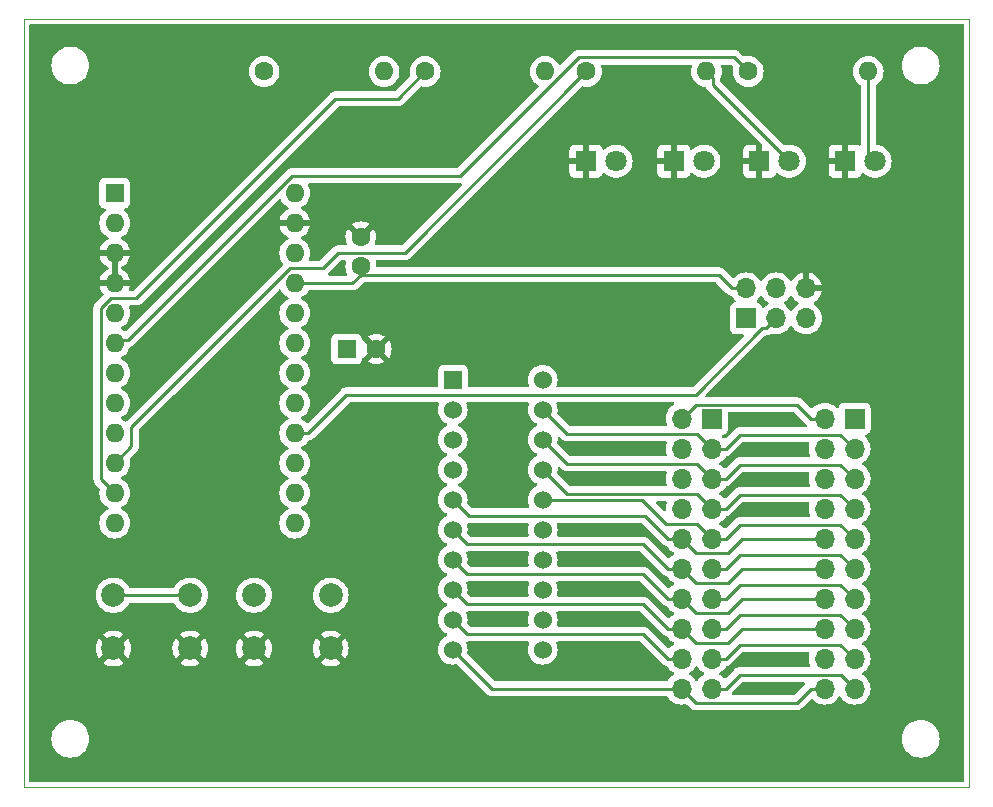
<source format=gtl>
%TF.GenerationSoftware,KiCad,Pcbnew,7.0.1-0*%
%TF.CreationDate,2023-03-27T18:44:23+09:00*%
%TF.ProjectId,ProgrammingShield V1.0,50726f67-7261-46d6-9d69-6e6753686965,rev?*%
%TF.SameCoordinates,Original*%
%TF.FileFunction,Copper,L1,Top*%
%TF.FilePolarity,Positive*%
%FSLAX46Y46*%
G04 Gerber Fmt 4.6, Leading zero omitted, Abs format (unit mm)*
G04 Created by KiCad (PCBNEW 7.0.1-0) date 2023-03-27 18:44:23*
%MOMM*%
%LPD*%
G01*
G04 APERTURE LIST*
%TA.AperFunction,ComponentPad*%
%ADD10C,2.000000*%
%TD*%
%TA.AperFunction,ComponentPad*%
%ADD11R,1.700000X1.700000*%
%TD*%
%TA.AperFunction,ComponentPad*%
%ADD12O,1.700000X1.700000*%
%TD*%
%TA.AperFunction,ComponentPad*%
%ADD13R,1.800000X1.800000*%
%TD*%
%TA.AperFunction,ComponentPad*%
%ADD14C,1.800000*%
%TD*%
%TA.AperFunction,ComponentPad*%
%ADD15C,1.600000*%
%TD*%
%TA.AperFunction,ComponentPad*%
%ADD16O,1.600000X1.600000*%
%TD*%
%TA.AperFunction,ComponentPad*%
%ADD17R,1.600000X1.600000*%
%TD*%
%TA.AperFunction,ComponentPad*%
%ADD18C,1.524000*%
%TD*%
%TA.AperFunction,ComponentPad*%
%ADD19R,1.524000X1.524000*%
%TD*%
%TA.AperFunction,ViaPad*%
%ADD20C,0.800000*%
%TD*%
%TA.AperFunction,Conductor*%
%ADD21C,0.250000*%
%TD*%
%TA.AperFunction,Profile*%
%ADD22C,0.100000*%
%TD*%
G04 APERTURE END LIST*
D10*
%TO.P,SW2,2,A*%
%TO.N,GND*%
X129550000Y-118350000D03*
X136050000Y-118350000D03*
%TO.P,SW2,1,A*%
%TO.N,/RST*%
X129550000Y-113850000D03*
X136050000Y-113850000D03*
%TD*%
%TO.P,SW1,1,A*%
%TO.N,/Reset*%
X124150000Y-113850000D03*
X117650000Y-113850000D03*
%TO.P,SW1,2,A*%
%TO.N,GND*%
X124150000Y-118350000D03*
X117650000Y-118350000D03*
%TD*%
D11*
%TO.P,J1,1,Pin_1*%
%TO.N,/C20*%
X168300000Y-98900000D03*
D12*
%TO.P,J1,2,Pin_2*%
%TO.N,/C1*%
X165760000Y-98900000D03*
%TO.P,J1,3,Pin_3*%
%TO.N,/C19*%
X168300000Y-101440000D03*
%TO.P,J1,4,Pin_4*%
%TO.N,/C2*%
X165760000Y-101440000D03*
%TO.P,J1,5,Pin_5*%
%TO.N,/C18*%
X168300000Y-103980000D03*
%TO.P,J1,6,Pin_6*%
%TO.N,/C3*%
X165760000Y-103980000D03*
%TO.P,J1,7,Pin_7*%
%TO.N,/C17*%
X168300000Y-106520000D03*
%TO.P,J1,8,Pin_8*%
%TO.N,/C4*%
X165760000Y-106520000D03*
%TO.P,J1,9,Pin_9*%
%TO.N,/C16*%
X168300000Y-109060000D03*
%TO.P,J1,10,Pin_10*%
%TO.N,/C5*%
X165760000Y-109060000D03*
%TO.P,J1,11,Pin_11*%
%TO.N,/C15*%
X168300000Y-111600000D03*
%TO.P,J1,12,Pin_12*%
%TO.N,/C6*%
X165760000Y-111600000D03*
%TO.P,J1,13,Pin_13*%
%TO.N,/C14*%
X168300000Y-114140000D03*
%TO.P,J1,14,Pin_14*%
%TO.N,/C7*%
X165760000Y-114140000D03*
%TO.P,J1,15,Pin_15*%
%TO.N,/C13*%
X168300000Y-116680000D03*
%TO.P,J1,16,Pin_16*%
%TO.N,/C8*%
X165760000Y-116680000D03*
%TO.P,J1,17,Pin_17*%
%TO.N,/C12*%
X168300000Y-119220000D03*
%TO.P,J1,18,Pin_18*%
%TO.N,/C9*%
X165760000Y-119220000D03*
%TO.P,J1,19,Pin_19*%
%TO.N,/C11*%
X168300000Y-121760000D03*
%TO.P,J1,20,Pin_20*%
%TO.N,/C10*%
X165760000Y-121760000D03*
%TD*%
D13*
%TO.P,D1,1,K*%
%TO.N,GND*%
X157660000Y-77100000D03*
D14*
%TO.P,D1,2,A*%
%TO.N,Net-(D1-A)*%
X160200000Y-77100000D03*
%TD*%
D15*
%TO.P,C1,1*%
%TO.N,+5V*%
X138600000Y-86000000D03*
%TO.P,C1,2*%
%TO.N,GND*%
X138600000Y-83500000D03*
%TD*%
%TO.P,R3,1*%
%TO.N,/7*%
X157700000Y-69500000D03*
D16*
%TO.P,R3,2*%
%TO.N,Net-(D3-A)*%
X167860000Y-69500000D03*
%TD*%
D17*
%TO.P,C2,1*%
%TO.N,/Reset*%
X137400000Y-93000000D03*
D15*
%TO.P,C2,2*%
%TO.N,GND*%
X139900000Y-93000000D03*
%TD*%
D13*
%TO.P,D2,1,K*%
%TO.N,GND*%
X165100000Y-77100000D03*
D14*
%TO.P,D2,2,A*%
%TO.N,Net-(D2-A)*%
X167640000Y-77100000D03*
%TD*%
D15*
%TO.P,R1,1*%
%TO.N,/9*%
X130400000Y-69500000D03*
D16*
%TO.P,R1,2*%
%TO.N,Net-(D1-A)*%
X140560000Y-69500000D03*
%TD*%
D13*
%TO.P,D3,1,K*%
%TO.N,GND*%
X172340000Y-77100000D03*
D14*
%TO.P,D3,2,A*%
%TO.N,Net-(D3-A)*%
X174880000Y-77100000D03*
%TD*%
D11*
%TO.P,J2,1,Pin_1*%
%TO.N,/C20*%
X180400000Y-98900000D03*
D12*
%TO.P,J2,2,Pin_2*%
%TO.N,/C1*%
X177860000Y-98900000D03*
%TO.P,J2,3,Pin_3*%
%TO.N,/C19*%
X180400000Y-101440000D03*
%TO.P,J2,4,Pin_4*%
%TO.N,/C2*%
X177860000Y-101440000D03*
%TO.P,J2,5,Pin_5*%
%TO.N,/C18*%
X180400000Y-103980000D03*
%TO.P,J2,6,Pin_6*%
%TO.N,/C3*%
X177860000Y-103980000D03*
%TO.P,J2,7,Pin_7*%
%TO.N,/C17*%
X180400000Y-106520000D03*
%TO.P,J2,8,Pin_8*%
%TO.N,/C4*%
X177860000Y-106520000D03*
%TO.P,J2,9,Pin_9*%
%TO.N,/C16*%
X180400000Y-109060000D03*
%TO.P,J2,10,Pin_10*%
%TO.N,/C5*%
X177860000Y-109060000D03*
%TO.P,J2,11,Pin_11*%
%TO.N,/C15*%
X180400000Y-111600000D03*
%TO.P,J2,12,Pin_12*%
%TO.N,/C6*%
X177860000Y-111600000D03*
%TO.P,J2,13,Pin_13*%
%TO.N,/C14*%
X180400000Y-114140000D03*
%TO.P,J2,14,Pin_14*%
%TO.N,/C7*%
X177860000Y-114140000D03*
%TO.P,J2,15,Pin_15*%
%TO.N,/C13*%
X180400000Y-116680000D03*
%TO.P,J2,16,Pin_16*%
%TO.N,/C8*%
X177860000Y-116680000D03*
%TO.P,J2,17,Pin_17*%
%TO.N,/C12*%
X180400000Y-119220000D03*
%TO.P,J2,18,Pin_18*%
%TO.N,/C9*%
X177860000Y-119220000D03*
%TO.P,J2,19,Pin_19*%
%TO.N,/C11*%
X180400000Y-121760000D03*
%TO.P,J2,20,Pin_20*%
%TO.N,/C10*%
X177860000Y-121760000D03*
%TD*%
D15*
%TO.P,R2,1*%
%TO.N,/8*%
X144040000Y-69500000D03*
D16*
%TO.P,R2,2*%
%TO.N,Net-(D2-A)*%
X154200000Y-69500000D03*
%TD*%
D18*
%TO.P,U2,20,P20*%
%TO.N,/C20*%
X154000000Y-95600000D03*
%TO.P,U2,19,P19*%
%TO.N,/C19*%
X154000000Y-98140000D03*
%TO.P,U2,18,P18*%
%TO.N,/C18*%
X154000000Y-100680000D03*
%TO.P,U2,17,P17*%
%TO.N,/C17*%
X154000000Y-103220000D03*
%TO.P,U2,16,P16*%
%TO.N,/C16*%
X154000000Y-105760000D03*
%TO.P,U2,15,P15*%
%TO.N,/C15*%
X154000000Y-108300000D03*
%TO.P,U2,14,P14*%
%TO.N,/C14*%
X154000000Y-110840000D03*
%TO.P,U2,13,P13*%
%TO.N,/C13*%
X154000000Y-113380000D03*
%TO.P,U2,12,P12*%
%TO.N,/C12*%
X154000000Y-115920000D03*
%TO.P,U2,11,P11*%
%TO.N,/C11*%
X154000000Y-118460000D03*
%TO.P,U2,10,P10*%
%TO.N,/C10*%
X146380000Y-118460000D03*
%TO.P,U2,9,P9*%
%TO.N,/C9*%
X146380000Y-115920000D03*
%TO.P,U2,8,P8*%
%TO.N,/C8*%
X146380000Y-113380000D03*
%TO.P,U2,7,P7*%
%TO.N,/C7*%
X146380000Y-110840000D03*
%TO.P,U2,6,P6*%
%TO.N,/C6*%
X146380000Y-108300000D03*
%TO.P,U2,5,P5*%
%TO.N,/C5*%
X146380000Y-105760000D03*
%TO.P,U2,4,P4*%
%TO.N,/C4*%
X146380000Y-103220000D03*
%TO.P,U2,3,P3*%
%TO.N,/C3*%
X146380000Y-100680000D03*
%TO.P,U2,2,P2*%
%TO.N,/C2*%
X146380000Y-98140000D03*
D19*
%TO.P,U2,1,P1*%
%TO.N,/C1*%
X146380000Y-95600000D03*
%TD*%
D11*
%TO.P,J3,1,MISO*%
%TO.N,/MISO*%
X171220000Y-90400000D03*
D12*
%TO.P,J3,2,VCC*%
%TO.N,+5V*%
X171220000Y-87860000D03*
%TO.P,J3,3,SCK*%
%TO.N,/SCK*%
X173760000Y-90400000D03*
%TO.P,J3,4,MOSI*%
%TO.N,/MOSI*%
X173760000Y-87860000D03*
%TO.P,J3,5,~{RST}*%
%TO.N,/RST*%
X176300000Y-90400000D03*
%TO.P,J3,6,GND*%
%TO.N,GND*%
X176300000Y-87860000D03*
%TD*%
D13*
%TO.P,D4,1,K*%
%TO.N,GND*%
X179600000Y-77100000D03*
D14*
%TO.P,D4,2,A*%
%TO.N,Net-(D4-A)*%
X182140000Y-77100000D03*
%TD*%
D15*
%TO.P,R4,1*%
%TO.N,/3*%
X171400000Y-69500000D03*
D16*
%TO.P,R4,2*%
%TO.N,Net-(D4-A)*%
X181560000Y-69500000D03*
%TD*%
D17*
%TO.P,U1,1,D1/TX*%
%TO.N,unconnected-(U1-D1{slash}TX-Pad1)*%
X117760000Y-79800000D03*
D16*
%TO.P,U1,2,D0/RX*%
%TO.N,unconnected-(U1-D0{slash}RX-Pad2)*%
X117760000Y-82340000D03*
%TO.P,U1,3,GND*%
%TO.N,GND*%
X117760000Y-84880000D03*
%TO.P,U1,4,GND*%
X117760000Y-87420000D03*
%TO.P,U1,5,D2*%
%TO.N,unconnected-(U1-D2-Pad5)*%
X117760000Y-89960000D03*
%TO.P,U1,6,~D3*%
%TO.N,/3*%
X117760000Y-92500000D03*
%TO.P,U1,7,D4/A6*%
%TO.N,unconnected-(U1-D4{slash}A6-Pad7)*%
X117760000Y-95040000D03*
%TO.P,U1,8,~D5*%
%TO.N,unconnected-(U1-~D5-Pad8)*%
X117760000Y-97580000D03*
%TO.P,U1,9,~D6/A7*%
%TO.N,unconnected-(U1-~D6{slash}A7-Pad9)*%
X117760000Y-100120000D03*
%TO.P,U1,10,D7*%
%TO.N,/7*%
X117760000Y-102660000D03*
%TO.P,U1,11,D8/A8*%
%TO.N,/8*%
X117760000Y-105200000D03*
%TO.P,U1,12,~D9/A9*%
%TO.N,/9*%
X117760000Y-107740000D03*
%TO.P,U1,13,~D10/A10*%
%TO.N,/RST*%
X133000000Y-107740000D03*
%TO.P,U1,14,D16*%
%TO.N,/MOSI*%
X133000000Y-105200000D03*
%TO.P,U1,15,D14*%
%TO.N,/MISO*%
X133000000Y-102660000D03*
%TO.P,U1,16,D15*%
%TO.N,/SCK*%
X133000000Y-100120000D03*
%TO.P,U1,17,D18/A0*%
%TO.N,unconnected-(U1-D18{slash}A0-Pad17)*%
X133000000Y-97580000D03*
%TO.P,U1,18,D19/A1*%
%TO.N,unconnected-(U1-D19{slash}A1-Pad18)*%
X133000000Y-95040000D03*
%TO.P,U1,19,D20/A2*%
%TO.N,unconnected-(U1-D20{slash}A2-Pad19)*%
X133000000Y-92500000D03*
%TO.P,U1,20,D21/A3*%
%TO.N,unconnected-(U1-D21{slash}A3-Pad20)*%
X133000000Y-89960000D03*
%TO.P,U1,21,VCC*%
%TO.N,+5V*%
X133000000Y-87420000D03*
%TO.P,U1,22,RST*%
%TO.N,/Reset*%
X133000000Y-84880000D03*
%TO.P,U1,23,GND*%
%TO.N,GND*%
X133000000Y-82340000D03*
%TO.P,U1,24,RAW*%
%TO.N,unconnected-(U1-RAW-Pad24)*%
X133000000Y-79800000D03*
%TD*%
D20*
%TO.N,GND*%
X138600000Y-75200000D03*
X138700000Y-107600000D03*
X176900000Y-72600000D03*
X152200000Y-81900000D03*
X161600000Y-126000000D03*
X186200000Y-109900000D03*
X186200000Y-81800000D03*
X186200000Y-94900000D03*
X145190000Y-126780000D03*
X124700000Y-69100000D03*
X114050000Y-109930000D03*
X128100000Y-123500000D03*
X114000000Y-95100000D03*
X114070000Y-82020000D03*
%TD*%
D21*
%TO.N,/C8*%
X166950600Y-117870600D02*
X165760000Y-116680000D01*
X147590200Y-114590200D02*
X146380000Y-113380000D01*
%TO.N,/C15*%
X168300000Y-111600000D02*
X169475100Y-111600000D01*
X169475100Y-111600000D02*
X170669300Y-110405800D01*
X170669300Y-110405800D02*
X179205800Y-110405800D01*
X179205800Y-110405800D02*
X180400000Y-111600000D01*
%TO.N,/C16*%
X168300000Y-109060000D02*
X169475100Y-109060000D01*
X169475100Y-109060000D02*
X170669300Y-107865800D01*
X170669300Y-107865800D02*
X179205800Y-107865800D01*
X179205800Y-107865800D02*
X180400000Y-109060000D01*
%TO.N,/C18*%
X154000000Y-100680000D02*
X156030000Y-102710000D01*
X156030000Y-102710000D02*
X167030000Y-102710000D01*
X167030000Y-102710000D02*
X168300000Y-103980000D01*
%TO.N,/C19*%
X154000000Y-98140000D02*
X156030000Y-100170000D01*
X156030000Y-100170000D02*
X167030000Y-100170000D01*
X167030000Y-100170000D02*
X168300000Y-101440000D01*
%TO.N,/C1*%
X177860000Y-98900000D02*
X176684900Y-98900000D01*
X176684900Y-98900000D02*
X175509700Y-97724800D01*
X175509700Y-97724800D02*
X166935200Y-97724800D01*
X166935200Y-97724800D02*
X165760000Y-98900000D01*
%TO.N,/C17*%
X154000000Y-103220000D02*
X156030000Y-105250000D01*
X156030000Y-105250000D02*
X167030000Y-105250000D01*
X167030000Y-105250000D02*
X168300000Y-106520000D01*
%TO.N,/C16*%
X154000000Y-105760000D02*
X162404600Y-105760000D01*
X167030000Y-107790000D02*
X168300000Y-109060000D01*
X162404600Y-105760000D02*
X164434600Y-107790000D01*
X164434600Y-107790000D02*
X167030000Y-107790000D01*
%TO.N,/C6*%
X177860000Y-111600000D02*
X170895400Y-111600000D01*
X169704800Y-112790600D02*
X166950600Y-112790600D01*
X170895400Y-111600000D02*
X169704800Y-112790600D01*
X166950600Y-112790600D02*
X165760000Y-111600000D01*
%TO.N,/C7*%
X177860000Y-114140000D02*
X170895400Y-114140000D01*
X170895400Y-114140000D02*
X169704800Y-115330600D01*
X166950600Y-115330600D02*
X165760000Y-114140000D01*
X169704800Y-115330600D02*
X166950600Y-115330600D01*
%TO.N,/C8*%
X177860000Y-116680000D02*
X170895400Y-116680000D01*
X170895400Y-116680000D02*
X169704800Y-117870600D01*
X169704800Y-117870600D02*
X166950600Y-117870600D01*
%TO.N,/C10*%
X177860000Y-121760000D02*
X176684900Y-121760000D01*
X176684900Y-121760000D02*
X175503400Y-122941500D01*
X175503400Y-122941500D02*
X166941500Y-122941500D01*
X166941500Y-122941500D02*
X165760000Y-121760000D01*
%TO.N,/C19*%
X168300000Y-101440000D02*
X169475100Y-101440000D01*
X169475100Y-101440000D02*
X170669300Y-100245800D01*
X170669300Y-100245800D02*
X179205800Y-100245800D01*
X179205800Y-100245800D02*
X180400000Y-101440000D01*
%TO.N,/C18*%
X168300000Y-103980000D02*
X169475100Y-103980000D01*
X169475100Y-103980000D02*
X170669300Y-102785800D01*
X170669300Y-102785800D02*
X179205800Y-102785800D01*
X179205800Y-102785800D02*
X180400000Y-103980000D01*
%TO.N,/C17*%
X168300000Y-106520000D02*
X169475100Y-106520000D01*
X169475100Y-106520000D02*
X170669300Y-105325800D01*
X179205800Y-105325800D02*
X180400000Y-106520000D01*
X170669300Y-105325800D02*
X179205800Y-105325800D01*
%TO.N,/C14*%
X168300000Y-114140000D02*
X169475100Y-114140000D01*
X169475100Y-114140000D02*
X170669300Y-112945800D01*
X170669300Y-112945800D02*
X179205800Y-112945800D01*
X179205800Y-112945800D02*
X180400000Y-114140000D01*
%TO.N,/C13*%
X168300000Y-116680000D02*
X169475100Y-116680000D01*
X169475100Y-116680000D02*
X170669300Y-115485800D01*
X179205800Y-115485800D02*
X180400000Y-116680000D01*
X170669300Y-115485800D02*
X179205800Y-115485800D01*
%TO.N,/C12*%
X168300000Y-119220000D02*
X169475100Y-119220000D01*
X169475100Y-119220000D02*
X170669300Y-118025800D01*
X179205800Y-118025800D02*
X180400000Y-119220000D01*
X170669300Y-118025800D02*
X179205800Y-118025800D01*
%TO.N,/C11*%
X168300000Y-121760000D02*
X169475100Y-121760000D01*
X179209400Y-120569400D02*
X180400000Y-121760000D01*
X169475100Y-121760000D02*
X170665700Y-120569400D01*
X170665700Y-120569400D02*
X179209400Y-120569400D01*
%TO.N,/SCK*%
X172584900Y-91231000D02*
X172929000Y-91231000D01*
X172929000Y-91231000D02*
X173760000Y-90400000D01*
%TO.N,Net-(D3-A)*%
X168405100Y-70625100D02*
X168405100Y-70045100D01*
X168405100Y-70045100D02*
X167860000Y-69500000D01*
%TO.N,/3*%
X118885100Y-92218700D02*
X118041300Y-92218700D01*
X118041300Y-92218700D02*
X117760000Y-92500000D01*
%TO.N,/7*%
X136684200Y-84857400D02*
X135391600Y-86150000D01*
X135391600Y-86150000D02*
X132604700Y-86150000D01*
X142342600Y-84857400D02*
X136684200Y-84857400D01*
X157700000Y-69500000D02*
X142342600Y-84857400D01*
X119174800Y-99579900D02*
X119174800Y-101245200D01*
X132604700Y-86150000D02*
X119174800Y-99579900D01*
X119174800Y-101245200D02*
X117760000Y-102660000D01*
%TO.N,/8*%
X141726000Y-71814000D02*
X136451500Y-71814000D01*
X136451500Y-71814000D02*
X119575500Y-88690000D01*
X117436400Y-88690000D02*
X116587400Y-89539000D01*
X144040000Y-69500000D02*
X141726000Y-71814000D01*
X119575500Y-88690000D02*
X117436400Y-88690000D01*
X116587400Y-89539000D02*
X116587400Y-104027400D01*
X116587400Y-104027400D02*
X117760000Y-105200000D01*
%TO.N,/3*%
X170208700Y-68308700D02*
X171400000Y-69500000D01*
X157035400Y-68308700D02*
X170208700Y-68308700D01*
X147017700Y-78326400D02*
X157035400Y-68308700D01*
X132777400Y-78326400D02*
X147017700Y-78326400D01*
X118885100Y-92218700D02*
X132777400Y-78326400D01*
%TO.N,/SCK*%
X166945900Y-96870000D02*
X172584900Y-91231000D01*
X137375100Y-96870000D02*
X166945900Y-96870000D01*
X134125100Y-100120000D02*
X137375100Y-96870000D01*
X133000000Y-100120000D02*
X134125100Y-100120000D01*
%TO.N,/C10*%
X149680000Y-121760000D02*
X165760000Y-121760000D01*
X146380000Y-118460000D02*
X149680000Y-121760000D01*
%TO.N,/C9*%
X162495100Y-117130200D02*
X164584900Y-119220000D01*
X147590200Y-117130200D02*
X162495100Y-117130200D01*
X146380000Y-115920000D02*
X147590200Y-117130200D01*
X165760000Y-119220000D02*
X164584900Y-119220000D01*
%TO.N,/C8*%
X162495100Y-114590200D02*
X147590200Y-114590200D01*
X164584900Y-116680000D02*
X162495100Y-114590200D01*
X165760000Y-116680000D02*
X164584900Y-116680000D01*
%TO.N,/C7*%
X162495100Y-112050200D02*
X164584900Y-114140000D01*
X147590200Y-112050200D02*
X162495100Y-112050200D01*
X146380000Y-110840000D02*
X147590200Y-112050200D01*
X165760000Y-114140000D02*
X164584900Y-114140000D01*
%TO.N,/C6*%
X162495100Y-109510200D02*
X164584900Y-111600000D01*
X147590200Y-109510200D02*
X162495100Y-109510200D01*
X146380000Y-108300000D02*
X147590200Y-109510200D01*
X165760000Y-111600000D02*
X164584900Y-111600000D01*
%TO.N,/C5*%
X162624600Y-107099700D02*
X164584900Y-109060000D01*
X147719700Y-107099700D02*
X162624600Y-107099700D01*
X146380000Y-105760000D02*
X147719700Y-107099700D01*
X165760000Y-109060000D02*
X164584900Y-109060000D01*
X166945700Y-110245700D02*
X165760000Y-109060000D01*
X169709700Y-110245700D02*
X166945700Y-110245700D01*
X170895400Y-109060000D02*
X169709700Y-110245700D01*
X177860000Y-109060000D02*
X170895400Y-109060000D01*
%TO.N,Net-(D4-A)*%
X181560000Y-76520000D02*
X182140000Y-77100000D01*
X181560000Y-69500000D02*
X181560000Y-76520000D01*
%TO.N,Net-(D3-A)*%
X168405100Y-70625100D02*
X174880000Y-77100000D01*
%TO.N,/Reset*%
X117650000Y-113850000D02*
X124150000Y-113850000D01*
%TO.N,+5V*%
X171220000Y-87860000D02*
X170044900Y-87860000D01*
X138600000Y-86710000D02*
X138600000Y-86000000D01*
X137890000Y-87420000D02*
X138600000Y-86710000D01*
X133000000Y-87420000D02*
X137890000Y-87420000D01*
X168894900Y-86710000D02*
X170044900Y-87860000D01*
X138600000Y-86710000D02*
X168894900Y-86710000D01*
%TD*%
%TA.AperFunction,Conductor*%
%TO.N,GND*%
G36*
X168631901Y-87344939D02*
G01*
X168672129Y-87371819D01*
X169544097Y-88243787D01*
X169556998Y-88259889D01*
X169559112Y-88261874D01*
X169559114Y-88261877D01*
X169581035Y-88282462D01*
X169608140Y-88307916D01*
X169610936Y-88310626D01*
X169630430Y-88330120D01*
X169633604Y-88332582D01*
X169642468Y-88340153D01*
X169674318Y-88370062D01*
X169684814Y-88375832D01*
X169691874Y-88379714D01*
X169708131Y-88390392D01*
X169723964Y-88402674D01*
X169740085Y-88409649D01*
X169764056Y-88420023D01*
X169774543Y-88425160D01*
X169812808Y-88446197D01*
X169832216Y-88451180D01*
X169850610Y-88457478D01*
X169869005Y-88465438D01*
X169912154Y-88472271D01*
X169923565Y-88474634D01*
X169965881Y-88485500D01*
X169965884Y-88485500D01*
X169974420Y-88487692D01*
X170014172Y-88505851D01*
X170045155Y-88536672D01*
X170045963Y-88537826D01*
X170045965Y-88537830D01*
X170181505Y-88731401D01*
X170181508Y-88731404D01*
X170303430Y-88853326D01*
X170334726Y-88906072D01*
X170336915Y-88967365D01*
X170309462Y-89022209D01*
X170259083Y-89057189D01*
X170127669Y-89106204D01*
X170012454Y-89192454D01*
X169926204Y-89307668D01*
X169875909Y-89442516D01*
X169869500Y-89502130D01*
X169869500Y-91297869D01*
X169875909Y-91357484D01*
X169880366Y-91369433D01*
X169926204Y-91492331D01*
X170012454Y-91607546D01*
X170127669Y-91693796D01*
X170262517Y-91744091D01*
X170322127Y-91750500D01*
X170881447Y-91750499D01*
X170937741Y-91764014D01*
X170981764Y-91801614D01*
X171003919Y-91855101D01*
X170999377Y-91912817D01*
X170969127Y-91962180D01*
X166723128Y-96208181D01*
X166682900Y-96235061D01*
X166635447Y-96244500D01*
X155287121Y-96244500D01*
X155227478Y-96229214D01*
X155182540Y-96187125D01*
X155163386Y-96128610D01*
X155174739Y-96068095D01*
X155178492Y-96060045D01*
X155190894Y-96033450D01*
X155248070Y-95820068D01*
X155267323Y-95600000D01*
X155248070Y-95379932D01*
X155190894Y-95166550D01*
X155097534Y-94966339D01*
X154970826Y-94785380D01*
X154814620Y-94629174D01*
X154633662Y-94502466D01*
X154586457Y-94480454D01*
X154433451Y-94409106D01*
X154220065Y-94351929D01*
X154000000Y-94332676D01*
X153779934Y-94351929D01*
X153566548Y-94409106D01*
X153366338Y-94502466D01*
X153185379Y-94629174D01*
X153029174Y-94785379D01*
X152902466Y-94966338D01*
X152809106Y-95166548D01*
X152751929Y-95379934D01*
X152732676Y-95600000D01*
X152751929Y-95820065D01*
X152809106Y-96033451D01*
X152825261Y-96068095D01*
X152836614Y-96128610D01*
X152817460Y-96187125D01*
X152772522Y-96229214D01*
X152712879Y-96244500D01*
X147766500Y-96244500D01*
X147704500Y-96227887D01*
X147659113Y-96182500D01*
X147642500Y-96120500D01*
X147642499Y-94790130D01*
X147642499Y-94790127D01*
X147636091Y-94730517D01*
X147585796Y-94595669D01*
X147499546Y-94480454D01*
X147384331Y-94394204D01*
X147249483Y-94343909D01*
X147189873Y-94337500D01*
X147189869Y-94337500D01*
X145570130Y-94337500D01*
X145510515Y-94343909D01*
X145375669Y-94394204D01*
X145260454Y-94480454D01*
X145174204Y-94595668D01*
X145123909Y-94730515D01*
X145123909Y-94730517D01*
X145117500Y-94790127D01*
X145117500Y-95486497D01*
X145117501Y-96120500D01*
X145100888Y-96182500D01*
X145055501Y-96227887D01*
X144993501Y-96244500D01*
X137457841Y-96244500D01*
X137437337Y-96242236D01*
X137367245Y-96244439D01*
X137363351Y-96244500D01*
X137335748Y-96244500D01*
X137331753Y-96245004D01*
X137320129Y-96245918D01*
X137276468Y-96247290D01*
X137257228Y-96252880D01*
X137238181Y-96256825D01*
X137218309Y-96259335D01*
X137177699Y-96275413D01*
X137166654Y-96279194D01*
X137124710Y-96291381D01*
X137107465Y-96301579D01*
X137090004Y-96310133D01*
X137071367Y-96317512D01*
X137036031Y-96343185D01*
X137026274Y-96349595D01*
X136988680Y-96371829D01*
X136974513Y-96385996D01*
X136959724Y-96398626D01*
X136943513Y-96410404D01*
X136915672Y-96444058D01*
X136907811Y-96452697D01*
X134127528Y-99232979D01*
X134071941Y-99265073D01*
X134007753Y-99265073D01*
X133952166Y-99232979D01*
X133839140Y-99119953D01*
X133652732Y-98989430D01*
X133594724Y-98962380D01*
X133542549Y-98916623D01*
X133523130Y-98849997D01*
X133542550Y-98783373D01*
X133594721Y-98737619D01*
X133652734Y-98710568D01*
X133839139Y-98580047D01*
X134000047Y-98419139D01*
X134130568Y-98232734D01*
X134226739Y-98026496D01*
X134285635Y-97806692D01*
X134305468Y-97580000D01*
X134285635Y-97353308D01*
X134226739Y-97133504D01*
X134130568Y-96927266D01*
X134102807Y-96887619D01*
X134000046Y-96740859D01*
X133839140Y-96579953D01*
X133652736Y-96449433D01*
X133594723Y-96422381D01*
X133542548Y-96376623D01*
X133523129Y-96309997D01*
X133542549Y-96243372D01*
X133594721Y-96197619D01*
X133652734Y-96170568D01*
X133839139Y-96040047D01*
X134000047Y-95879139D01*
X134130568Y-95692734D01*
X134226739Y-95486496D01*
X134285635Y-95266692D01*
X134305468Y-95040000D01*
X134285635Y-94813308D01*
X134226739Y-94593504D01*
X134130568Y-94387266D01*
X134100209Y-94343909D01*
X134000046Y-94200859D01*
X133839140Y-94039953D01*
X133652733Y-93909431D01*
X133594725Y-93882382D01*
X133555370Y-93847869D01*
X136099500Y-93847869D01*
X136105909Y-93907484D01*
X136106636Y-93909432D01*
X136156204Y-94042331D01*
X136242454Y-94157546D01*
X136357669Y-94243796D01*
X136492517Y-94294091D01*
X136552127Y-94300500D01*
X138247872Y-94300499D01*
X138307483Y-94294091D01*
X138442331Y-94243796D01*
X138557546Y-94157546D01*
X138616326Y-94079026D01*
X139174526Y-94079026D01*
X139247515Y-94130133D01*
X139453673Y-94226266D01*
X139673397Y-94285141D01*
X139900000Y-94304966D01*
X140126602Y-94285141D01*
X140346326Y-94226266D01*
X140552480Y-94130134D01*
X140625472Y-94079025D01*
X139900001Y-93353553D01*
X139900000Y-93353553D01*
X139174526Y-94079025D01*
X139174526Y-94079026D01*
X138616326Y-94079026D01*
X138643796Y-94042331D01*
X138694091Y-93907483D01*
X138700500Y-93847873D01*
X138700499Y-93847868D01*
X138701210Y-93841265D01*
X138703000Y-93841457D01*
X138718951Y-93785173D01*
X138768840Y-93739448D01*
X138816030Y-93730415D01*
X139546446Y-93000001D01*
X140253553Y-93000001D01*
X140979025Y-93725472D01*
X141030134Y-93652480D01*
X141126266Y-93446326D01*
X141185141Y-93226602D01*
X141204966Y-92999999D01*
X141185141Y-92773397D01*
X141126266Y-92553673D01*
X141030133Y-92347515D01*
X140979025Y-92274526D01*
X140253553Y-93000000D01*
X140253553Y-93000001D01*
X139546446Y-93000001D01*
X139546446Y-93000000D01*
X138816031Y-92269584D01*
X138768849Y-92260556D01*
X138718961Y-92214842D01*
X138702994Y-92158543D01*
X138701209Y-92158735D01*
X138700499Y-92152127D01*
X138694091Y-92092517D01*
X138643796Y-91957669D01*
X138616325Y-91920973D01*
X139174526Y-91920973D01*
X139900000Y-92646446D01*
X139900001Y-92646446D01*
X140625472Y-91920974D01*
X140625471Y-91920972D01*
X140552484Y-91869866D01*
X140346326Y-91773733D01*
X140126602Y-91714858D01*
X139899999Y-91695033D01*
X139673397Y-91714858D01*
X139453672Y-91773733D01*
X139247516Y-91869865D01*
X139174527Y-91920973D01*
X139174526Y-91920973D01*
X138616325Y-91920973D01*
X138557546Y-91842454D01*
X138442331Y-91756204D01*
X138307483Y-91705909D01*
X138247873Y-91699500D01*
X138247869Y-91699500D01*
X136552130Y-91699500D01*
X136492515Y-91705909D01*
X136357669Y-91756204D01*
X136242454Y-91842454D01*
X136156204Y-91957668D01*
X136105909Y-92092516D01*
X136099500Y-92152130D01*
X136099500Y-93847869D01*
X133555370Y-93847869D01*
X133542549Y-93836625D01*
X133523129Y-93770000D01*
X133542549Y-93703375D01*
X133594725Y-93657618D01*
X133652734Y-93630568D01*
X133839139Y-93500047D01*
X134000047Y-93339139D01*
X134130568Y-93152734D01*
X134226739Y-92946496D01*
X134285635Y-92726692D01*
X134305468Y-92500000D01*
X134285635Y-92273308D01*
X134226739Y-92053504D01*
X134130568Y-91847266D01*
X134129259Y-91845397D01*
X134000046Y-91660859D01*
X133839140Y-91499953D01*
X133652733Y-91369431D01*
X133594725Y-91342382D01*
X133542549Y-91296625D01*
X133523129Y-91230000D01*
X133542549Y-91163375D01*
X133594725Y-91117618D01*
X133652734Y-91090568D01*
X133839139Y-90960047D01*
X134000047Y-90799139D01*
X134130568Y-90612734D01*
X134226739Y-90406496D01*
X134285635Y-90186692D01*
X134305468Y-89960000D01*
X134285635Y-89733308D01*
X134226739Y-89513504D01*
X134130568Y-89307266D01*
X134130467Y-89307122D01*
X134000046Y-89120859D01*
X133839140Y-88959953D01*
X133652733Y-88829431D01*
X133594725Y-88802382D01*
X133542549Y-88756625D01*
X133523129Y-88690000D01*
X133542549Y-88623375D01*
X133594725Y-88577618D01*
X133652734Y-88550568D01*
X133839139Y-88420047D01*
X134000047Y-88259139D01*
X134085209Y-88137514D01*
X134112613Y-88098377D01*
X134156931Y-88059511D01*
X134214188Y-88045500D01*
X137807256Y-88045500D01*
X137827762Y-88047764D01*
X137830665Y-88047672D01*
X137830667Y-88047673D01*
X137897872Y-88045561D01*
X137901768Y-88045500D01*
X137929349Y-88045500D01*
X137929350Y-88045500D01*
X137933319Y-88044998D01*
X137944965Y-88044080D01*
X137988627Y-88042709D01*
X138007859Y-88037120D01*
X138026918Y-88033174D01*
X138033196Y-88032381D01*
X138046792Y-88030664D01*
X138087407Y-88014582D01*
X138098444Y-88010803D01*
X138140390Y-87998618D01*
X138157629Y-87988422D01*
X138175102Y-87979862D01*
X138193732Y-87972486D01*
X138229064Y-87946814D01*
X138238830Y-87940400D01*
X138276418Y-87918171D01*
X138276417Y-87918171D01*
X138276420Y-87918170D01*
X138290585Y-87904004D01*
X138305373Y-87891373D01*
X138321587Y-87879594D01*
X138349438Y-87845926D01*
X138357279Y-87837309D01*
X138822770Y-87371819D01*
X138862999Y-87344939D01*
X138910452Y-87335500D01*
X168584448Y-87335500D01*
X168631901Y-87344939D01*
G37*
%TD.AperFunction*%
%TA.AperFunction,Conductor*%
G36*
X146955462Y-78954164D02*
G01*
X146958365Y-78954072D01*
X146958367Y-78954073D01*
X147025572Y-78951961D01*
X147029468Y-78951900D01*
X147064147Y-78951900D01*
X147120442Y-78965415D01*
X147164465Y-79003015D01*
X147186620Y-79056502D01*
X147182078Y-79114218D01*
X147151828Y-79163581D01*
X142119828Y-84195581D01*
X142079600Y-84222461D01*
X142032147Y-84231900D01*
X139887742Y-84231900D01*
X139828099Y-84216614D01*
X139783161Y-84174525D01*
X139764007Y-84116010D01*
X139775360Y-84055495D01*
X139826266Y-83946326D01*
X139885141Y-83726602D01*
X139904966Y-83500000D01*
X139885141Y-83273397D01*
X139826266Y-83053673D01*
X139730133Y-82847515D01*
X139679025Y-82774526D01*
X138687680Y-83765872D01*
X138632093Y-83797966D01*
X138567905Y-83797966D01*
X138512318Y-83765872D01*
X137520973Y-82774527D01*
X137469865Y-82847516D01*
X137373733Y-83053672D01*
X137314858Y-83273397D01*
X137295033Y-83500000D01*
X137314858Y-83726602D01*
X137373733Y-83946326D01*
X137424640Y-84055495D01*
X137435993Y-84116010D01*
X137416839Y-84174525D01*
X137371901Y-84216614D01*
X137312258Y-84231900D01*
X136766940Y-84231900D01*
X136746436Y-84229636D01*
X136676344Y-84231839D01*
X136672450Y-84231900D01*
X136644848Y-84231900D01*
X136640853Y-84232404D01*
X136629229Y-84233318D01*
X136585568Y-84234690D01*
X136566329Y-84240280D01*
X136547280Y-84244225D01*
X136527408Y-84246735D01*
X136486793Y-84262815D01*
X136475749Y-84266596D01*
X136433811Y-84278782D01*
X136416564Y-84288981D01*
X136399100Y-84297536D01*
X136380467Y-84304914D01*
X136345126Y-84330589D01*
X136335368Y-84336999D01*
X136297779Y-84359229D01*
X136283610Y-84373398D01*
X136268822Y-84386028D01*
X136252613Y-84397805D01*
X136224772Y-84431458D01*
X136216911Y-84440096D01*
X135168828Y-85488181D01*
X135128600Y-85515061D01*
X135081147Y-85524500D01*
X134329049Y-85524500D01*
X134269406Y-85509214D01*
X134224468Y-85467125D01*
X134205314Y-85408610D01*
X134216667Y-85348095D01*
X134226739Y-85326496D01*
X134285635Y-85106692D01*
X134305468Y-84880000D01*
X134285635Y-84653308D01*
X134226739Y-84433504D01*
X134130568Y-84227266D01*
X134123109Y-84216614D01*
X134000046Y-84040859D01*
X133839140Y-83879953D01*
X133652736Y-83749433D01*
X133595315Y-83722657D01*
X133594132Y-83722105D01*
X133541958Y-83676348D01*
X133522539Y-83609723D01*
X133541959Y-83543098D01*
X133594135Y-83497342D01*
X133652479Y-83470135D01*
X133838819Y-83339658D01*
X133999658Y-83178819D01*
X134130134Y-82992480D01*
X134226266Y-82786326D01*
X134278872Y-82590000D01*
X131721128Y-82590000D01*
X131773733Y-82786326D01*
X131869865Y-82992480D01*
X132000341Y-83178819D01*
X132161180Y-83339658D01*
X132347519Y-83470134D01*
X132405865Y-83497342D01*
X132458040Y-83543099D01*
X132477460Y-83609723D01*
X132458041Y-83676348D01*
X132405866Y-83722105D01*
X132347267Y-83749430D01*
X132160859Y-83879953D01*
X131999953Y-84040859D01*
X131869432Y-84227264D01*
X131773261Y-84433502D01*
X131714364Y-84653310D01*
X131694531Y-84880000D01*
X131714364Y-85106689D01*
X131773261Y-85326497D01*
X131869432Y-85532735D01*
X132002467Y-85722730D01*
X132023583Y-85775882D01*
X132018598Y-85832857D01*
X131988573Y-85881534D01*
X118791008Y-99079099D01*
X118774910Y-99091996D01*
X118762871Y-99104817D01*
X118713940Y-99136795D01*
X118655795Y-99142803D01*
X118601358Y-99121506D01*
X118412732Y-98989430D01*
X118354724Y-98962380D01*
X118302549Y-98916623D01*
X118283130Y-98849997D01*
X118302550Y-98783373D01*
X118354721Y-98737619D01*
X118412734Y-98710568D01*
X118599139Y-98580047D01*
X118760047Y-98419139D01*
X118890568Y-98232734D01*
X118986739Y-98026496D01*
X119045635Y-97806692D01*
X119065468Y-97580000D01*
X119045635Y-97353308D01*
X118986739Y-97133504D01*
X118890568Y-96927266D01*
X118862807Y-96887619D01*
X118760046Y-96740859D01*
X118599140Y-96579953D01*
X118412736Y-96449433D01*
X118354723Y-96422381D01*
X118302548Y-96376623D01*
X118283129Y-96309997D01*
X118302549Y-96243372D01*
X118354721Y-96197619D01*
X118412734Y-96170568D01*
X118599139Y-96040047D01*
X118760047Y-95879139D01*
X118890568Y-95692734D01*
X118986739Y-95486496D01*
X119045635Y-95266692D01*
X119065468Y-95040000D01*
X119045635Y-94813308D01*
X118986739Y-94593504D01*
X118890568Y-94387266D01*
X118860209Y-94343909D01*
X118760046Y-94200859D01*
X118599140Y-94039953D01*
X118412733Y-93909431D01*
X118354725Y-93882382D01*
X118302549Y-93836625D01*
X118283129Y-93770000D01*
X118302549Y-93703375D01*
X118354725Y-93657618D01*
X118412734Y-93630568D01*
X118599139Y-93500047D01*
X118760047Y-93339139D01*
X118890568Y-93152734D01*
X118986739Y-92946496D01*
X118999162Y-92900130D01*
X119026352Y-92849738D01*
X119073285Y-92816934D01*
X119082507Y-92813282D01*
X119093544Y-92809503D01*
X119135490Y-92797318D01*
X119152729Y-92787122D01*
X119170202Y-92778562D01*
X119188832Y-92771186D01*
X119224164Y-92745514D01*
X119233930Y-92739100D01*
X119271518Y-92716871D01*
X119271517Y-92716871D01*
X119271520Y-92716870D01*
X119285685Y-92702704D01*
X119300473Y-92690073D01*
X119316687Y-92678294D01*
X119344538Y-92644626D01*
X119352379Y-92636009D01*
X129567416Y-82420973D01*
X137874526Y-82420973D01*
X138600000Y-83146446D01*
X138600001Y-83146446D01*
X139325472Y-82420974D01*
X139325471Y-82420972D01*
X139252484Y-82369866D01*
X139046326Y-82273733D01*
X138826602Y-82214858D01*
X138600000Y-82195033D01*
X138373397Y-82214858D01*
X138153672Y-82273733D01*
X137947516Y-82369865D01*
X137874527Y-82420973D01*
X137874526Y-82420973D01*
X129567416Y-82420973D01*
X131638066Y-80350323D01*
X131688457Y-80319745D01*
X131747277Y-80315890D01*
X131801231Y-80339630D01*
X131838127Y-80385601D01*
X131869432Y-80452734D01*
X131999953Y-80639140D01*
X132160859Y-80800046D01*
X132347264Y-80930567D01*
X132347265Y-80930567D01*
X132347266Y-80930568D01*
X132405865Y-80957893D01*
X132458040Y-81003650D01*
X132477460Y-81070274D01*
X132458041Y-81136899D01*
X132405866Y-81182656D01*
X132347522Y-81209863D01*
X132161180Y-81340341D01*
X132000341Y-81501180D01*
X131869865Y-81687519D01*
X131773733Y-81893673D01*
X131721128Y-82089999D01*
X131721128Y-82090000D01*
X134278872Y-82090000D01*
X134278871Y-82089999D01*
X134226266Y-81893673D01*
X134130134Y-81687519D01*
X133999658Y-81501180D01*
X133838819Y-81340341D01*
X133652482Y-81209866D01*
X133594133Y-81182657D01*
X133541958Y-81136899D01*
X133522539Y-81070274D01*
X133541959Y-81003649D01*
X133594134Y-80957893D01*
X133652734Y-80930568D01*
X133839139Y-80800047D01*
X134000047Y-80639139D01*
X134130568Y-80452734D01*
X134226739Y-80246496D01*
X134285635Y-80026692D01*
X134305468Y-79800000D01*
X134285635Y-79573308D01*
X134226739Y-79353504D01*
X134130568Y-79147266D01*
X134130396Y-79147021D01*
X134130222Y-79146524D01*
X134125983Y-79137434D01*
X134126878Y-79137016D01*
X134108238Y-79084009D01*
X134121984Y-79018642D01*
X134167645Y-78969891D01*
X134231973Y-78951900D01*
X146934956Y-78951900D01*
X146955462Y-78954164D01*
G37*
%TD.AperFunction*%
%TA.AperFunction,Conductor*%
G36*
X189637999Y-65516613D02*
G01*
X189683386Y-65562001D01*
X189699997Y-65624001D01*
X189699560Y-91894292D01*
X189698932Y-129574933D01*
X189682319Y-129636932D01*
X189636932Y-129682318D01*
X189574934Y-129698931D01*
X110624002Y-129699998D01*
X110562001Y-129683386D01*
X110516613Y-129637998D01*
X110500000Y-129575998D01*
X110500000Y-126000000D01*
X112394551Y-126000000D01*
X112414317Y-126251149D01*
X112473126Y-126496110D01*
X112521330Y-126612485D01*
X112569534Y-126728859D01*
X112701164Y-126943659D01*
X112864776Y-127135224D01*
X113056341Y-127298836D01*
X113271141Y-127430466D01*
X113503889Y-127526873D01*
X113748852Y-127585683D01*
X113937118Y-127600500D01*
X114062879Y-127600500D01*
X114062882Y-127600500D01*
X114251148Y-127585683D01*
X114496111Y-127526873D01*
X114728859Y-127430466D01*
X114943659Y-127298836D01*
X115135224Y-127135224D01*
X115298836Y-126943659D01*
X115430466Y-126728859D01*
X115526873Y-126496111D01*
X115585683Y-126251148D01*
X115605449Y-126000000D01*
X184394551Y-126000000D01*
X184414317Y-126251149D01*
X184473126Y-126496110D01*
X184521330Y-126612485D01*
X184569534Y-126728859D01*
X184701164Y-126943659D01*
X184864776Y-127135224D01*
X185056341Y-127298836D01*
X185271141Y-127430466D01*
X185503889Y-127526873D01*
X185748852Y-127585683D01*
X185937118Y-127600500D01*
X186062879Y-127600500D01*
X186062882Y-127600500D01*
X186251148Y-127585683D01*
X186496111Y-127526873D01*
X186728859Y-127430466D01*
X186943659Y-127298836D01*
X187135224Y-127135224D01*
X187298836Y-126943659D01*
X187430466Y-126728859D01*
X187526873Y-126496111D01*
X187585683Y-126251148D01*
X187605449Y-126000000D01*
X187585683Y-125748852D01*
X187526873Y-125503889D01*
X187430466Y-125271141D01*
X187298836Y-125056341D01*
X187135224Y-124864776D01*
X186943659Y-124701164D01*
X186728859Y-124569534D01*
X186612485Y-124521330D01*
X186496110Y-124473126D01*
X186251149Y-124414317D01*
X186204081Y-124410612D01*
X186062882Y-124399500D01*
X185937118Y-124399500D01*
X185824158Y-124408390D01*
X185748850Y-124414317D01*
X185503889Y-124473126D01*
X185271139Y-124569535D01*
X185056342Y-124701163D01*
X184864776Y-124864776D01*
X184701163Y-125056342D01*
X184569535Y-125271139D01*
X184473126Y-125503889D01*
X184414317Y-125748850D01*
X184394551Y-126000000D01*
X115605449Y-126000000D01*
X115585683Y-125748852D01*
X115526873Y-125503889D01*
X115430466Y-125271141D01*
X115298836Y-125056341D01*
X115135224Y-124864776D01*
X114943659Y-124701164D01*
X114728859Y-124569534D01*
X114612485Y-124521330D01*
X114496110Y-124473126D01*
X114251149Y-124414317D01*
X114204081Y-124410612D01*
X114062882Y-124399500D01*
X113937118Y-124399500D01*
X113824158Y-124408390D01*
X113748850Y-124414317D01*
X113503889Y-124473126D01*
X113271139Y-124569535D01*
X113056342Y-124701163D01*
X112864776Y-124864776D01*
X112701163Y-125056342D01*
X112569535Y-125271139D01*
X112473126Y-125503889D01*
X112414317Y-125748850D01*
X112394551Y-126000000D01*
X110500000Y-126000000D01*
X110500000Y-119573610D01*
X116779942Y-119573610D01*
X116826766Y-119610055D01*
X117045393Y-119728368D01*
X117280506Y-119809083D01*
X117525707Y-119850000D01*
X117774293Y-119850000D01*
X118019493Y-119809083D01*
X118254606Y-119728368D01*
X118473233Y-119610053D01*
X118520055Y-119573610D01*
X123279942Y-119573610D01*
X123326766Y-119610055D01*
X123545393Y-119728368D01*
X123780506Y-119809083D01*
X124025707Y-119850000D01*
X124274293Y-119850000D01*
X124519493Y-119809083D01*
X124754606Y-119728368D01*
X124973233Y-119610053D01*
X125020055Y-119573610D01*
X128679942Y-119573610D01*
X128726766Y-119610055D01*
X128945393Y-119728368D01*
X129180506Y-119809083D01*
X129425707Y-119850000D01*
X129674293Y-119850000D01*
X129919493Y-119809083D01*
X130154606Y-119728368D01*
X130373233Y-119610053D01*
X130420055Y-119573610D01*
X135179942Y-119573610D01*
X135226766Y-119610055D01*
X135445393Y-119728368D01*
X135680506Y-119809083D01*
X135925707Y-119850000D01*
X136174293Y-119850000D01*
X136419493Y-119809083D01*
X136654606Y-119728368D01*
X136873233Y-119610053D01*
X136920056Y-119573609D01*
X136050000Y-118703553D01*
X135179942Y-119573609D01*
X135179942Y-119573610D01*
X130420055Y-119573610D01*
X130420056Y-119573609D01*
X129550000Y-118703553D01*
X128679942Y-119573609D01*
X128679942Y-119573610D01*
X125020055Y-119573610D01*
X125020056Y-119573609D01*
X124150000Y-118703553D01*
X123279942Y-119573609D01*
X123279942Y-119573610D01*
X118520055Y-119573610D01*
X118520056Y-119573609D01*
X117650000Y-118703553D01*
X116779942Y-119573609D01*
X116779942Y-119573610D01*
X110500000Y-119573610D01*
X110500000Y-118350000D01*
X116144858Y-118350000D01*
X116165386Y-118597732D01*
X116226413Y-118838721D01*
X116326268Y-119066370D01*
X116426563Y-119219882D01*
X116426564Y-119219882D01*
X117296447Y-118350001D01*
X118003553Y-118350001D01*
X118873434Y-119219882D01*
X118973730Y-119066369D01*
X119073586Y-118838721D01*
X119134613Y-118597732D01*
X119155141Y-118350000D01*
X122644858Y-118350000D01*
X122665386Y-118597732D01*
X122726413Y-118838721D01*
X122826268Y-119066370D01*
X122926563Y-119219882D01*
X122926564Y-119219882D01*
X123796447Y-118350001D01*
X124503553Y-118350001D01*
X125373434Y-119219882D01*
X125473730Y-119066369D01*
X125573586Y-118838721D01*
X125634613Y-118597732D01*
X125655141Y-118350000D01*
X128044858Y-118350000D01*
X128065386Y-118597732D01*
X128126413Y-118838721D01*
X128226268Y-119066370D01*
X128326563Y-119219882D01*
X128326564Y-119219882D01*
X129196447Y-118350001D01*
X129903553Y-118350001D01*
X130773434Y-119219882D01*
X130873730Y-119066369D01*
X130973586Y-118838721D01*
X131034613Y-118597732D01*
X131055141Y-118350000D01*
X134544858Y-118350000D01*
X134565386Y-118597732D01*
X134626413Y-118838721D01*
X134726268Y-119066370D01*
X134826563Y-119219882D01*
X134826564Y-119219882D01*
X135696447Y-118350001D01*
X136403553Y-118350001D01*
X137273434Y-119219882D01*
X137373730Y-119066369D01*
X137473586Y-118838721D01*
X137534613Y-118597732D01*
X137555141Y-118350000D01*
X137534613Y-118102267D01*
X137473586Y-117861278D01*
X137373730Y-117633630D01*
X137273434Y-117480116D01*
X136403553Y-118350000D01*
X136403553Y-118350001D01*
X135696447Y-118350001D01*
X135696447Y-118350000D01*
X134826564Y-117480116D01*
X134726266Y-117633634D01*
X134626413Y-117861278D01*
X134565386Y-118102267D01*
X134544858Y-118350000D01*
X131055141Y-118350000D01*
X131034613Y-118102267D01*
X130973586Y-117861278D01*
X130873730Y-117633630D01*
X130773434Y-117480116D01*
X129903553Y-118350000D01*
X129903553Y-118350001D01*
X129196447Y-118350001D01*
X129196447Y-118350000D01*
X128326564Y-117480116D01*
X128226266Y-117633634D01*
X128126413Y-117861278D01*
X128065386Y-118102267D01*
X128044858Y-118350000D01*
X125655141Y-118350000D01*
X125634613Y-118102267D01*
X125573586Y-117861278D01*
X125473730Y-117633630D01*
X125373434Y-117480116D01*
X124503553Y-118350000D01*
X124503553Y-118350001D01*
X123796447Y-118350001D01*
X123796447Y-118350000D01*
X122926564Y-117480116D01*
X122826266Y-117633634D01*
X122726413Y-117861278D01*
X122665386Y-118102267D01*
X122644858Y-118350000D01*
X119155141Y-118350000D01*
X119134613Y-118102267D01*
X119073586Y-117861278D01*
X118973730Y-117633630D01*
X118873434Y-117480116D01*
X118003553Y-118350000D01*
X118003553Y-118350001D01*
X117296447Y-118350001D01*
X117296447Y-118350000D01*
X116426564Y-117480116D01*
X116326266Y-117633634D01*
X116226413Y-117861278D01*
X116165386Y-118102267D01*
X116144858Y-118350000D01*
X110500000Y-118350000D01*
X110500000Y-117126390D01*
X116779942Y-117126390D01*
X117650000Y-117996447D01*
X117650001Y-117996447D01*
X118520057Y-117126390D01*
X123279942Y-117126390D01*
X124150000Y-117996447D01*
X124150001Y-117996447D01*
X125020057Y-117126390D01*
X128679942Y-117126390D01*
X129550000Y-117996447D01*
X129550001Y-117996447D01*
X130420057Y-117126390D01*
X135179942Y-117126390D01*
X136050000Y-117996447D01*
X136050001Y-117996447D01*
X136920057Y-117126390D01*
X136920056Y-117126388D01*
X136873235Y-117089947D01*
X136654606Y-116971631D01*
X136419493Y-116890916D01*
X136174293Y-116850000D01*
X135925707Y-116850000D01*
X135680506Y-116890916D01*
X135445393Y-116971631D01*
X135226764Y-117089946D01*
X135179942Y-117126388D01*
X135179942Y-117126390D01*
X130420057Y-117126390D01*
X130420056Y-117126388D01*
X130373235Y-117089947D01*
X130154606Y-116971631D01*
X129919493Y-116890916D01*
X129674293Y-116850000D01*
X129425707Y-116850000D01*
X129180506Y-116890916D01*
X128945393Y-116971631D01*
X128726764Y-117089946D01*
X128679942Y-117126388D01*
X128679942Y-117126390D01*
X125020057Y-117126390D01*
X125020056Y-117126388D01*
X124973235Y-117089947D01*
X124754606Y-116971631D01*
X124519493Y-116890916D01*
X124274293Y-116850000D01*
X124025707Y-116850000D01*
X123780506Y-116890916D01*
X123545393Y-116971631D01*
X123326764Y-117089946D01*
X123279942Y-117126388D01*
X123279942Y-117126390D01*
X118520057Y-117126390D01*
X118520056Y-117126388D01*
X118473235Y-117089947D01*
X118254606Y-116971631D01*
X118019493Y-116890916D01*
X117774293Y-116850000D01*
X117525707Y-116850000D01*
X117280506Y-116890916D01*
X117045393Y-116971631D01*
X116826764Y-117089946D01*
X116779942Y-117126388D01*
X116779942Y-117126390D01*
X110500000Y-117126390D01*
X110500000Y-113849999D01*
X116144356Y-113849999D01*
X116164891Y-114097816D01*
X116164891Y-114097819D01*
X116164892Y-114097821D01*
X116225937Y-114338881D01*
X116270960Y-114441523D01*
X116325825Y-114566604D01*
X116325827Y-114566607D01*
X116461836Y-114774785D01*
X116630256Y-114957738D01*
X116630259Y-114957740D01*
X116826485Y-115110470D01*
X116826487Y-115110471D01*
X116826491Y-115110474D01*
X117045190Y-115228828D01*
X117280386Y-115309571D01*
X117525665Y-115350500D01*
X117774335Y-115350500D01*
X118019614Y-115309571D01*
X118254810Y-115228828D01*
X118473509Y-115110474D01*
X118669744Y-114957738D01*
X118838164Y-114774785D01*
X118974173Y-114566607D01*
X118976851Y-114560500D01*
X118981594Y-114549690D01*
X119008685Y-114510619D01*
X119048488Y-114484615D01*
X119095150Y-114475500D01*
X122704850Y-114475500D01*
X122751512Y-114484615D01*
X122791315Y-114510619D01*
X122818406Y-114549690D01*
X122825825Y-114566604D01*
X122825827Y-114566607D01*
X122961836Y-114774785D01*
X123130256Y-114957738D01*
X123130259Y-114957740D01*
X123326485Y-115110470D01*
X123326487Y-115110471D01*
X123326491Y-115110474D01*
X123545190Y-115228828D01*
X123780386Y-115309571D01*
X124025665Y-115350500D01*
X124274335Y-115350500D01*
X124519614Y-115309571D01*
X124754810Y-115228828D01*
X124973509Y-115110474D01*
X125169744Y-114957738D01*
X125338164Y-114774785D01*
X125474173Y-114566607D01*
X125574063Y-114338881D01*
X125635108Y-114097821D01*
X125655643Y-113850000D01*
X125655643Y-113849999D01*
X128044356Y-113849999D01*
X128064891Y-114097816D01*
X128064891Y-114097819D01*
X128064892Y-114097821D01*
X128125937Y-114338881D01*
X128170960Y-114441523D01*
X128225825Y-114566604D01*
X128225827Y-114566607D01*
X128361836Y-114774785D01*
X128530256Y-114957738D01*
X128530259Y-114957740D01*
X128726485Y-115110470D01*
X128726487Y-115110471D01*
X128726491Y-115110474D01*
X128945190Y-115228828D01*
X129180386Y-115309571D01*
X129425665Y-115350500D01*
X129674335Y-115350500D01*
X129919614Y-115309571D01*
X130154810Y-115228828D01*
X130373509Y-115110474D01*
X130569744Y-114957738D01*
X130738164Y-114774785D01*
X130874173Y-114566607D01*
X130974063Y-114338881D01*
X131035108Y-114097821D01*
X131055643Y-113850000D01*
X131055643Y-113849999D01*
X134544356Y-113849999D01*
X134564891Y-114097816D01*
X134564891Y-114097819D01*
X134564892Y-114097821D01*
X134625937Y-114338881D01*
X134670960Y-114441523D01*
X134725825Y-114566604D01*
X134725827Y-114566607D01*
X134861836Y-114774785D01*
X135030256Y-114957738D01*
X135030259Y-114957740D01*
X135226485Y-115110470D01*
X135226487Y-115110471D01*
X135226491Y-115110474D01*
X135445190Y-115228828D01*
X135680386Y-115309571D01*
X135925665Y-115350500D01*
X136174335Y-115350500D01*
X136419614Y-115309571D01*
X136654810Y-115228828D01*
X136873509Y-115110474D01*
X137069744Y-114957738D01*
X137238164Y-114774785D01*
X137374173Y-114566607D01*
X137474063Y-114338881D01*
X137535108Y-114097821D01*
X137555643Y-113850000D01*
X137535108Y-113602179D01*
X137474063Y-113361119D01*
X137384016Y-113155833D01*
X137374174Y-113133395D01*
X137374173Y-113133393D01*
X137238164Y-112925215D01*
X137069744Y-112742262D01*
X137003865Y-112690986D01*
X136873514Y-112589529D01*
X136873510Y-112589526D01*
X136873509Y-112589526D01*
X136654810Y-112471172D01*
X136654806Y-112471170D01*
X136654805Y-112471170D01*
X136419615Y-112390429D01*
X136174335Y-112349500D01*
X135925665Y-112349500D01*
X135680384Y-112390429D01*
X135445194Y-112471170D01*
X135445190Y-112471171D01*
X135445190Y-112471172D01*
X135357710Y-112518513D01*
X135226485Y-112589529D01*
X135030259Y-112742259D01*
X135030256Y-112742261D01*
X135030256Y-112742262D01*
X134912665Y-112870000D01*
X134861837Y-112925214D01*
X134725825Y-113133395D01*
X134635780Y-113338678D01*
X134625937Y-113361119D01*
X134600347Y-113462171D01*
X134564891Y-113602183D01*
X134544356Y-113849999D01*
X131055643Y-113849999D01*
X131035108Y-113602179D01*
X130974063Y-113361119D01*
X130884016Y-113155833D01*
X130874174Y-113133395D01*
X130874173Y-113133393D01*
X130738164Y-112925215D01*
X130569744Y-112742262D01*
X130503865Y-112690986D01*
X130373514Y-112589529D01*
X130373510Y-112589526D01*
X130373509Y-112589526D01*
X130154810Y-112471172D01*
X130154806Y-112471170D01*
X130154805Y-112471170D01*
X129919615Y-112390429D01*
X129674335Y-112349500D01*
X129425665Y-112349500D01*
X129180384Y-112390429D01*
X128945194Y-112471170D01*
X128945190Y-112471171D01*
X128945190Y-112471172D01*
X128857710Y-112518513D01*
X128726485Y-112589529D01*
X128530259Y-112742259D01*
X128530256Y-112742261D01*
X128530256Y-112742262D01*
X128412665Y-112870000D01*
X128361837Y-112925214D01*
X128225825Y-113133395D01*
X128135780Y-113338678D01*
X128125937Y-113361119D01*
X128100347Y-113462171D01*
X128064891Y-113602183D01*
X128044356Y-113849999D01*
X125655643Y-113849999D01*
X125635108Y-113602179D01*
X125574063Y-113361119D01*
X125484016Y-113155833D01*
X125474174Y-113133395D01*
X125474173Y-113133393D01*
X125338164Y-112925215D01*
X125169744Y-112742262D01*
X125103865Y-112690986D01*
X124973514Y-112589529D01*
X124973510Y-112589526D01*
X124973509Y-112589526D01*
X124754810Y-112471172D01*
X124754806Y-112471170D01*
X124754805Y-112471170D01*
X124519615Y-112390429D01*
X124274335Y-112349500D01*
X124025665Y-112349500D01*
X123780384Y-112390429D01*
X123545194Y-112471170D01*
X123545190Y-112471171D01*
X123545190Y-112471172D01*
X123457710Y-112518513D01*
X123326485Y-112589529D01*
X123130259Y-112742259D01*
X123130256Y-112742261D01*
X123130256Y-112742262D01*
X123012665Y-112870000D01*
X122961837Y-112925214D01*
X122825825Y-113133395D01*
X122818406Y-113150310D01*
X122791315Y-113189381D01*
X122751512Y-113215385D01*
X122704850Y-113224500D01*
X119095150Y-113224500D01*
X119048488Y-113215385D01*
X119008685Y-113189381D01*
X118981594Y-113150310D01*
X118974174Y-113133395D01*
X118974173Y-113133393D01*
X118838164Y-112925215D01*
X118669744Y-112742262D01*
X118603865Y-112690986D01*
X118473514Y-112589529D01*
X118473510Y-112589526D01*
X118473509Y-112589526D01*
X118254810Y-112471172D01*
X118254806Y-112471170D01*
X118254805Y-112471170D01*
X118019615Y-112390429D01*
X117774335Y-112349500D01*
X117525665Y-112349500D01*
X117280384Y-112390429D01*
X117045194Y-112471170D01*
X117045190Y-112471171D01*
X117045190Y-112471172D01*
X116957710Y-112518513D01*
X116826485Y-112589529D01*
X116630259Y-112742259D01*
X116630256Y-112742261D01*
X116630256Y-112742262D01*
X116512665Y-112870000D01*
X116461837Y-112925214D01*
X116325825Y-113133395D01*
X116235780Y-113338678D01*
X116225937Y-113361119D01*
X116200347Y-113462171D01*
X116164891Y-113602183D01*
X116144356Y-113849999D01*
X110500000Y-113849999D01*
X110500000Y-89519194D01*
X115957240Y-89519194D01*
X115961350Y-89562675D01*
X115961900Y-89574344D01*
X115961900Y-103944656D01*
X115959635Y-103965162D01*
X115961839Y-104035273D01*
X115961900Y-104039168D01*
X115961900Y-104066749D01*
X115962403Y-104070734D01*
X115963318Y-104082367D01*
X115964690Y-104126026D01*
X115970279Y-104145260D01*
X115974225Y-104164316D01*
X115976735Y-104184192D01*
X115992814Y-104224804D01*
X115996597Y-104235851D01*
X116008782Y-104277791D01*
X116018980Y-104295035D01*
X116027536Y-104312500D01*
X116034914Y-104331132D01*
X116034915Y-104331133D01*
X116060580Y-104366459D01*
X116066993Y-104376222D01*
X116089226Y-104413816D01*
X116089229Y-104413819D01*
X116089230Y-104413820D01*
X116103395Y-104427985D01*
X116116027Y-104442775D01*
X116127806Y-104458987D01*
X116161458Y-104486826D01*
X116170099Y-104494689D01*
X116460586Y-104785177D01*
X116492680Y-104840764D01*
X116492680Y-104904950D01*
X116474364Y-104973307D01*
X116454531Y-105200000D01*
X116474364Y-105426689D01*
X116533261Y-105646497D01*
X116629432Y-105852735D01*
X116759953Y-106039140D01*
X116920859Y-106200046D01*
X117041605Y-106284592D01*
X117107266Y-106330568D01*
X117165275Y-106357618D01*
X117217450Y-106403375D01*
X117236869Y-106470000D01*
X117217450Y-106536625D01*
X117165275Y-106582382D01*
X117107263Y-106609433D01*
X116920859Y-106739953D01*
X116759953Y-106900859D01*
X116629432Y-107087264D01*
X116533261Y-107293502D01*
X116474364Y-107513310D01*
X116454531Y-107740000D01*
X116474364Y-107966689D01*
X116533261Y-108186497D01*
X116629432Y-108392735D01*
X116759953Y-108579140D01*
X116920859Y-108740046D01*
X117107264Y-108870567D01*
X117107265Y-108870567D01*
X117107266Y-108870568D01*
X117313504Y-108966739D01*
X117533308Y-109025635D01*
X117760000Y-109045468D01*
X117986692Y-109025635D01*
X118206496Y-108966739D01*
X118412734Y-108870568D01*
X118599139Y-108740047D01*
X118760047Y-108579139D01*
X118890568Y-108392734D01*
X118986739Y-108186496D01*
X119045635Y-107966692D01*
X119065468Y-107740000D01*
X119045635Y-107513308D01*
X118986739Y-107293504D01*
X118890568Y-107087266D01*
X118887898Y-107083453D01*
X118760046Y-106900859D01*
X118599140Y-106739953D01*
X118412733Y-106609431D01*
X118354725Y-106582382D01*
X118302549Y-106536625D01*
X118283129Y-106470000D01*
X118302549Y-106403375D01*
X118354725Y-106357618D01*
X118412734Y-106330568D01*
X118599139Y-106200047D01*
X118760047Y-106039139D01*
X118890568Y-105852734D01*
X118986739Y-105646496D01*
X119045635Y-105426692D01*
X119065468Y-105200000D01*
X119045635Y-104973308D01*
X118986739Y-104753504D01*
X118890568Y-104547266D01*
X118887898Y-104543453D01*
X118760046Y-104360859D01*
X118599140Y-104199953D01*
X118412733Y-104069431D01*
X118354725Y-104042382D01*
X118302549Y-103996625D01*
X118283129Y-103930000D01*
X118302549Y-103863375D01*
X118354725Y-103817618D01*
X118412734Y-103790568D01*
X118599139Y-103660047D01*
X118760047Y-103499139D01*
X118890568Y-103312734D01*
X118986739Y-103106496D01*
X119045635Y-102886692D01*
X119065468Y-102660000D01*
X119045635Y-102433308D01*
X119027319Y-102364951D01*
X119027319Y-102300763D01*
X119059411Y-102245178D01*
X119558589Y-101746000D01*
X119574685Y-101733106D01*
X119576673Y-101730987D01*
X119576677Y-101730986D01*
X119622748Y-101681923D01*
X119625366Y-101679223D01*
X119644920Y-101659671D01*
X119647381Y-101656498D01*
X119654956Y-101647627D01*
X119684862Y-101615782D01*
X119694517Y-101598218D01*
X119705194Y-101581964D01*
X119717473Y-101566136D01*
X119734818Y-101526052D01*
X119739960Y-101515556D01*
X119747203Y-101502382D01*
X119760997Y-101477292D01*
X119765979Y-101457884D01*
X119772281Y-101439480D01*
X119780237Y-101421096D01*
X119787069Y-101377952D01*
X119789433Y-101366538D01*
X119800300Y-101324219D01*
X119800300Y-101304184D01*
X119801827Y-101284785D01*
X119802962Y-101277616D01*
X119804960Y-101265004D01*
X119800850Y-101221525D01*
X119800300Y-101209856D01*
X119800300Y-99890352D01*
X119809739Y-99842899D01*
X119836619Y-99802671D01*
X122751671Y-96887619D01*
X131647892Y-87991396D01*
X131698283Y-87960818D01*
X131757102Y-87956963D01*
X131811056Y-87980702D01*
X131847952Y-88026672D01*
X131869432Y-88072734D01*
X131999953Y-88259140D01*
X132160859Y-88420046D01*
X132264998Y-88492964D01*
X132347266Y-88550568D01*
X132405275Y-88577618D01*
X132457450Y-88623375D01*
X132476869Y-88690000D01*
X132457450Y-88756625D01*
X132405275Y-88802382D01*
X132347263Y-88829433D01*
X132160859Y-88959953D01*
X131999953Y-89120859D01*
X131869432Y-89307264D01*
X131773261Y-89513502D01*
X131714364Y-89733310D01*
X131694531Y-89960000D01*
X131714364Y-90186689D01*
X131773261Y-90406497D01*
X131869432Y-90612735D01*
X131999953Y-90799140D01*
X132160859Y-90960046D01*
X132264998Y-91032964D01*
X132347266Y-91090568D01*
X132405275Y-91117618D01*
X132457450Y-91163375D01*
X132476869Y-91230000D01*
X132457450Y-91296625D01*
X132405275Y-91342382D01*
X132347263Y-91369433D01*
X132160859Y-91499953D01*
X131999953Y-91660859D01*
X131869432Y-91847264D01*
X131773261Y-92053502D01*
X131714364Y-92273310D01*
X131694531Y-92500000D01*
X131714364Y-92726689D01*
X131773261Y-92946497D01*
X131869432Y-93152735D01*
X131999953Y-93339140D01*
X132160859Y-93500046D01*
X132347263Y-93630566D01*
X132347266Y-93630568D01*
X132405275Y-93657618D01*
X132457450Y-93703375D01*
X132476869Y-93770000D01*
X132457450Y-93836625D01*
X132405275Y-93882382D01*
X132347263Y-93909433D01*
X132160859Y-94039953D01*
X131999953Y-94200859D01*
X131869432Y-94387264D01*
X131773261Y-94593502D01*
X131714364Y-94813310D01*
X131694531Y-95040000D01*
X131714364Y-95266689D01*
X131773261Y-95486497D01*
X131869432Y-95692735D01*
X131999953Y-95879140D01*
X132160859Y-96040046D01*
X132200918Y-96068095D01*
X132347266Y-96170568D01*
X132405275Y-96197618D01*
X132457450Y-96243375D01*
X132476869Y-96310000D01*
X132457450Y-96376625D01*
X132405275Y-96422382D01*
X132347263Y-96449433D01*
X132160859Y-96579953D01*
X131999953Y-96740859D01*
X131869432Y-96927264D01*
X131773261Y-97133502D01*
X131714364Y-97353310D01*
X131694531Y-97580000D01*
X131714364Y-97806689D01*
X131773261Y-98026497D01*
X131869432Y-98232735D01*
X131999953Y-98419140D01*
X132160859Y-98580046D01*
X132281605Y-98664592D01*
X132347266Y-98710568D01*
X132405273Y-98737617D01*
X132457449Y-98783373D01*
X132476869Y-98849997D01*
X132457451Y-98916622D01*
X132405276Y-98962380D01*
X132347266Y-98989431D01*
X132160859Y-99119953D01*
X131999953Y-99280859D01*
X131869432Y-99467264D01*
X131773261Y-99673502D01*
X131714364Y-99893310D01*
X131694531Y-100120000D01*
X131714364Y-100346689D01*
X131773261Y-100566497D01*
X131869432Y-100772735D01*
X131999953Y-100959140D01*
X132160859Y-101120046D01*
X132297479Y-101215707D01*
X132347266Y-101250568D01*
X132405275Y-101277618D01*
X132457450Y-101323375D01*
X132476869Y-101390000D01*
X132457450Y-101456625D01*
X132405275Y-101502382D01*
X132347263Y-101529433D01*
X132160859Y-101659953D01*
X131999953Y-101820859D01*
X131869432Y-102007264D01*
X131773261Y-102213502D01*
X131714364Y-102433310D01*
X131694531Y-102660000D01*
X131714364Y-102886689D01*
X131773261Y-103106497D01*
X131869432Y-103312735D01*
X131999953Y-103499140D01*
X132160859Y-103660046D01*
X132281605Y-103744592D01*
X132347266Y-103790568D01*
X132405275Y-103817618D01*
X132457450Y-103863375D01*
X132476869Y-103930000D01*
X132457450Y-103996625D01*
X132405275Y-104042382D01*
X132347263Y-104069433D01*
X132160859Y-104199953D01*
X131999953Y-104360859D01*
X131869432Y-104547264D01*
X131773261Y-104753502D01*
X131714364Y-104973310D01*
X131694531Y-105200000D01*
X131714364Y-105426689D01*
X131773261Y-105646497D01*
X131869432Y-105852735D01*
X131999953Y-106039140D01*
X132160859Y-106200046D01*
X132281605Y-106284592D01*
X132347266Y-106330568D01*
X132405275Y-106357618D01*
X132457450Y-106403375D01*
X132476869Y-106470000D01*
X132457450Y-106536625D01*
X132405275Y-106582382D01*
X132347263Y-106609433D01*
X132160859Y-106739953D01*
X131999953Y-106900859D01*
X131869432Y-107087264D01*
X131773261Y-107293502D01*
X131714364Y-107513310D01*
X131694531Y-107739999D01*
X131714364Y-107966689D01*
X131773261Y-108186497D01*
X131869432Y-108392735D01*
X131999953Y-108579140D01*
X132160859Y-108740046D01*
X132347264Y-108870567D01*
X132347265Y-108870567D01*
X132347266Y-108870568D01*
X132553504Y-108966739D01*
X132773308Y-109025635D01*
X133000000Y-109045468D01*
X133226692Y-109025635D01*
X133446496Y-108966739D01*
X133652734Y-108870568D01*
X133839139Y-108740047D01*
X134000047Y-108579139D01*
X134130568Y-108392734D01*
X134226739Y-108186496D01*
X134285635Y-107966692D01*
X134305468Y-107740000D01*
X134285635Y-107513308D01*
X134226739Y-107293504D01*
X134130568Y-107087266D01*
X134127898Y-107083453D01*
X134000046Y-106900859D01*
X133839140Y-106739953D01*
X133652733Y-106609431D01*
X133594725Y-106582382D01*
X133542549Y-106536625D01*
X133523129Y-106470000D01*
X133542549Y-106403375D01*
X133594725Y-106357618D01*
X133652734Y-106330568D01*
X133839139Y-106200047D01*
X134000047Y-106039139D01*
X134130568Y-105852734D01*
X134226739Y-105646496D01*
X134285635Y-105426692D01*
X134305468Y-105200000D01*
X134285635Y-104973308D01*
X134226739Y-104753504D01*
X134130568Y-104547266D01*
X134127898Y-104543453D01*
X134000046Y-104360859D01*
X133839140Y-104199953D01*
X133652733Y-104069431D01*
X133594725Y-104042382D01*
X133542549Y-103996625D01*
X133523129Y-103930000D01*
X133542549Y-103863375D01*
X133594725Y-103817618D01*
X133652734Y-103790568D01*
X133839139Y-103660047D01*
X134000047Y-103499139D01*
X134130568Y-103312734D01*
X134226739Y-103106496D01*
X134285635Y-102886692D01*
X134305468Y-102660000D01*
X134285635Y-102433308D01*
X134226739Y-102213504D01*
X134130568Y-102007266D01*
X134127898Y-102003453D01*
X134000046Y-101820859D01*
X133839140Y-101659953D01*
X133652736Y-101529433D01*
X133652734Y-101529432D01*
X133594722Y-101502380D01*
X133542548Y-101456623D01*
X133523129Y-101389997D01*
X133542549Y-101323372D01*
X133594721Y-101277619D01*
X133652734Y-101250568D01*
X133839139Y-101120047D01*
X134000047Y-100959139D01*
X134114353Y-100795890D01*
X134156950Y-100757938D01*
X134212033Y-100743076D01*
X134223727Y-100742709D01*
X134242959Y-100737120D01*
X134262018Y-100733174D01*
X134268597Y-100732343D01*
X134281892Y-100730664D01*
X134322507Y-100714582D01*
X134333544Y-100710803D01*
X134375490Y-100698618D01*
X134392729Y-100688422D01*
X134410202Y-100679862D01*
X134428832Y-100672486D01*
X134464164Y-100646814D01*
X134473930Y-100640400D01*
X134511518Y-100618171D01*
X134511517Y-100618171D01*
X134511520Y-100618170D01*
X134525685Y-100604004D01*
X134540473Y-100591373D01*
X134556687Y-100579594D01*
X134584538Y-100545926D01*
X134592379Y-100537309D01*
X137597871Y-97531819D01*
X137638100Y-97504939D01*
X137685553Y-97495500D01*
X145092879Y-97495500D01*
X145152522Y-97510786D01*
X145197460Y-97552875D01*
X145216614Y-97611390D01*
X145205261Y-97671905D01*
X145189106Y-97706548D01*
X145131929Y-97919934D01*
X145112676Y-98140000D01*
X145131929Y-98360065D01*
X145189106Y-98573451D01*
X145265658Y-98737617D01*
X145282466Y-98773662D01*
X145409174Y-98954620D01*
X145565380Y-99110826D01*
X145746338Y-99237534D01*
X145845528Y-99283787D01*
X145875189Y-99297618D01*
X145927365Y-99343375D01*
X145946784Y-99410000D01*
X145927365Y-99476625D01*
X145875189Y-99522382D01*
X145746338Y-99582466D01*
X145565379Y-99709174D01*
X145409174Y-99865379D01*
X145282466Y-100046338D01*
X145189106Y-100246548D01*
X145131929Y-100459934D01*
X145112676Y-100679999D01*
X145131929Y-100900065D01*
X145189106Y-101113451D01*
X145265658Y-101277618D01*
X145282466Y-101313662D01*
X145409174Y-101494620D01*
X145565380Y-101650826D01*
X145746338Y-101777534D01*
X145865748Y-101833215D01*
X145875189Y-101837618D01*
X145927365Y-101883375D01*
X145946784Y-101950000D01*
X145927365Y-102016625D01*
X145875189Y-102062382D01*
X145746338Y-102122466D01*
X145565379Y-102249174D01*
X145409174Y-102405379D01*
X145282466Y-102586338D01*
X145189106Y-102786548D01*
X145131929Y-102999934D01*
X145112676Y-103219999D01*
X145131929Y-103440065D01*
X145189106Y-103653451D01*
X145253044Y-103790566D01*
X145282466Y-103853662D01*
X145409174Y-104034620D01*
X145565380Y-104190826D01*
X145746338Y-104317534D01*
X145861417Y-104371196D01*
X145875189Y-104377618D01*
X145927365Y-104423375D01*
X145946784Y-104490000D01*
X145927365Y-104556625D01*
X145875189Y-104602382D01*
X145746338Y-104662466D01*
X145565379Y-104789174D01*
X145409174Y-104945379D01*
X145282466Y-105126338D01*
X145189106Y-105326548D01*
X145131929Y-105539934D01*
X145112676Y-105760000D01*
X145131929Y-105980065D01*
X145189106Y-106193451D01*
X145253044Y-106330566D01*
X145282466Y-106393662D01*
X145409174Y-106574620D01*
X145565380Y-106730826D01*
X145746338Y-106857534D01*
X145865748Y-106913215D01*
X145875189Y-106917618D01*
X145927365Y-106963375D01*
X145946784Y-107030000D01*
X145927365Y-107096625D01*
X145875189Y-107142382D01*
X145746338Y-107202466D01*
X145565379Y-107329174D01*
X145409174Y-107485379D01*
X145282466Y-107666338D01*
X145189106Y-107866548D01*
X145131929Y-108079934D01*
X145112676Y-108299999D01*
X145131929Y-108520065D01*
X145189106Y-108733451D01*
X145255233Y-108875261D01*
X145282466Y-108933662D01*
X145409174Y-109114620D01*
X145565380Y-109270826D01*
X145746338Y-109397534D01*
X145845528Y-109443787D01*
X145875189Y-109457618D01*
X145927365Y-109503375D01*
X145946784Y-109570000D01*
X145927365Y-109636625D01*
X145875189Y-109682382D01*
X145746338Y-109742466D01*
X145565379Y-109869174D01*
X145409174Y-110025379D01*
X145282466Y-110206338D01*
X145189106Y-110406548D01*
X145131929Y-110619934D01*
X145112676Y-110839999D01*
X145131929Y-111060065D01*
X145189106Y-111273451D01*
X145255233Y-111415261D01*
X145282466Y-111473662D01*
X145409174Y-111654620D01*
X145565380Y-111810826D01*
X145746338Y-111937534D01*
X145845528Y-111983787D01*
X145875189Y-111997618D01*
X145927365Y-112043375D01*
X145946784Y-112110000D01*
X145927365Y-112176625D01*
X145875189Y-112222382D01*
X145746338Y-112282466D01*
X145565379Y-112409174D01*
X145409174Y-112565379D01*
X145282466Y-112746338D01*
X145189106Y-112946548D01*
X145131929Y-113159934D01*
X145112676Y-113379999D01*
X145131929Y-113600065D01*
X145189106Y-113813451D01*
X145255233Y-113955261D01*
X145282466Y-114013662D01*
X145409174Y-114194620D01*
X145565380Y-114350826D01*
X145746338Y-114477534D01*
X145845528Y-114523787D01*
X145875189Y-114537618D01*
X145927365Y-114583375D01*
X145946784Y-114650000D01*
X145927365Y-114716625D01*
X145875189Y-114762382D01*
X145746338Y-114822466D01*
X145565379Y-114949174D01*
X145409174Y-115105379D01*
X145282466Y-115286338D01*
X145189106Y-115486548D01*
X145131929Y-115699934D01*
X145112676Y-115919999D01*
X145131929Y-116140065D01*
X145189106Y-116353451D01*
X145255233Y-116495261D01*
X145282466Y-116553662D01*
X145409174Y-116734620D01*
X145565380Y-116890826D01*
X145746338Y-117017534D01*
X145845528Y-117063787D01*
X145875189Y-117077618D01*
X145927365Y-117123375D01*
X145946784Y-117190000D01*
X145927365Y-117256625D01*
X145875189Y-117302382D01*
X145746338Y-117362466D01*
X145565379Y-117489174D01*
X145409174Y-117645379D01*
X145282466Y-117826338D01*
X145189106Y-118026548D01*
X145131929Y-118239934D01*
X145112676Y-118460000D01*
X145131929Y-118680065D01*
X145189106Y-118893451D01*
X145269739Y-119066369D01*
X145282466Y-119093662D01*
X145409174Y-119274620D01*
X145565380Y-119430826D01*
X145746338Y-119557534D01*
X145946550Y-119650894D01*
X146159932Y-119708070D01*
X146380000Y-119727323D01*
X146600068Y-119708070D01*
X146644019Y-119696292D01*
X146708208Y-119696292D01*
X146763796Y-119728386D01*
X149179197Y-122143787D01*
X149192098Y-122159889D01*
X149194212Y-122161874D01*
X149194214Y-122161877D01*
X149241561Y-122206339D01*
X149243240Y-122207916D01*
X149246036Y-122210626D01*
X149265530Y-122230120D01*
X149268704Y-122232582D01*
X149277568Y-122240153D01*
X149309418Y-122270062D01*
X149319914Y-122275832D01*
X149326974Y-122279714D01*
X149343231Y-122290392D01*
X149359064Y-122302674D01*
X149368047Y-122306561D01*
X149399156Y-122320023D01*
X149409643Y-122325160D01*
X149447908Y-122346197D01*
X149467316Y-122351180D01*
X149485710Y-122357478D01*
X149504105Y-122365438D01*
X149547254Y-122372271D01*
X149558680Y-122374638D01*
X149574222Y-122378629D01*
X149600980Y-122385500D01*
X149600981Y-122385500D01*
X149621016Y-122385500D01*
X149640413Y-122387026D01*
X149660196Y-122390160D01*
X149703674Y-122386050D01*
X149715344Y-122385500D01*
X164484773Y-122385500D01*
X164542030Y-122399511D01*
X164586346Y-122438374D01*
X164721505Y-122631401D01*
X164888599Y-122798495D01*
X165082170Y-122934035D01*
X165296337Y-123033903D01*
X165524592Y-123095063D01*
X165760000Y-123115659D01*
X165995409Y-123095063D01*
X166027658Y-123086421D01*
X166095872Y-123068143D01*
X166160058Y-123068143D01*
X166215646Y-123100237D01*
X166440696Y-123325287D01*
X166453596Y-123341388D01*
X166504723Y-123389400D01*
X166507520Y-123392111D01*
X166527029Y-123411620D01*
X166530211Y-123414088D01*
X166539071Y-123421655D01*
X166570918Y-123451562D01*
X166588470Y-123461211D01*
X166604738Y-123471897D01*
X166620564Y-123484173D01*
X166660646Y-123501517D01*
X166671133Y-123506655D01*
X166709407Y-123527697D01*
X166717910Y-123529879D01*
X166728808Y-123532678D01*
X166747213Y-123538978D01*
X166765604Y-123546937D01*
X166808750Y-123553770D01*
X166820168Y-123556135D01*
X166862481Y-123567000D01*
X166882516Y-123567000D01*
X166901915Y-123568527D01*
X166921696Y-123571660D01*
X166965174Y-123567550D01*
X166976844Y-123567000D01*
X175420656Y-123567000D01*
X175441162Y-123569264D01*
X175444065Y-123569172D01*
X175444067Y-123569173D01*
X175511272Y-123567061D01*
X175515168Y-123567000D01*
X175542749Y-123567000D01*
X175542750Y-123567000D01*
X175546719Y-123566498D01*
X175558365Y-123565580D01*
X175602027Y-123564209D01*
X175621259Y-123558620D01*
X175640318Y-123554674D01*
X175647499Y-123553767D01*
X175660192Y-123552164D01*
X175700807Y-123536082D01*
X175711844Y-123532303D01*
X175753790Y-123520118D01*
X175771029Y-123509922D01*
X175788502Y-123501362D01*
X175807132Y-123493986D01*
X175842464Y-123468314D01*
X175852230Y-123461900D01*
X175889818Y-123439671D01*
X175889817Y-123439671D01*
X175889820Y-123439670D01*
X175903985Y-123425504D01*
X175918773Y-123412873D01*
X175934987Y-123401094D01*
X175962838Y-123367426D01*
X175970679Y-123358809D01*
X176672117Y-122657372D01*
X176727702Y-122625280D01*
X176791889Y-122625280D01*
X176847477Y-122657372D01*
X176988599Y-122798495D01*
X177182170Y-122934035D01*
X177396337Y-123033903D01*
X177624592Y-123095063D01*
X177860000Y-123115659D01*
X178095408Y-123095063D01*
X178323663Y-123033903D01*
X178537830Y-122934035D01*
X178731401Y-122798495D01*
X178898495Y-122631401D01*
X179028426Y-122445839D01*
X179072743Y-122406975D01*
X179130000Y-122392964D01*
X179187257Y-122406975D01*
X179231573Y-122445839D01*
X179361505Y-122631401D01*
X179528599Y-122798495D01*
X179722170Y-122934035D01*
X179936337Y-123033903D01*
X180164592Y-123095063D01*
X180400000Y-123115659D01*
X180635408Y-123095063D01*
X180863663Y-123033903D01*
X181077830Y-122934035D01*
X181271401Y-122798495D01*
X181438495Y-122631401D01*
X181574035Y-122437830D01*
X181673903Y-122223663D01*
X181735063Y-121995408D01*
X181755659Y-121760000D01*
X181735063Y-121524592D01*
X181673903Y-121296337D01*
X181574035Y-121082171D01*
X181438495Y-120888599D01*
X181271401Y-120721505D01*
X181085839Y-120591573D01*
X181046974Y-120547255D01*
X181032964Y-120489999D01*
X181046975Y-120432742D01*
X181085837Y-120388428D01*
X181271401Y-120258495D01*
X181438495Y-120091401D01*
X181574035Y-119897830D01*
X181673903Y-119683663D01*
X181735063Y-119455408D01*
X181755659Y-119220000D01*
X181735063Y-118984592D01*
X181673903Y-118756337D01*
X181574035Y-118542171D01*
X181438495Y-118348599D01*
X181271401Y-118181505D01*
X181085839Y-118051573D01*
X181046975Y-118007257D01*
X181032964Y-117950000D01*
X181046975Y-117892743D01*
X181085839Y-117848426D01*
X181271401Y-117718495D01*
X181438495Y-117551401D01*
X181574035Y-117357830D01*
X181673903Y-117143663D01*
X181735063Y-116915408D01*
X181755659Y-116680000D01*
X181735063Y-116444592D01*
X181673903Y-116216337D01*
X181574035Y-116002171D01*
X181438495Y-115808599D01*
X181271401Y-115641505D01*
X181085839Y-115511573D01*
X181046976Y-115467257D01*
X181032965Y-115410000D01*
X181046976Y-115352743D01*
X181085839Y-115308426D01*
X181271401Y-115178495D01*
X181438495Y-115011401D01*
X181574035Y-114817830D01*
X181673903Y-114603663D01*
X181735063Y-114375408D01*
X181755659Y-114140000D01*
X181747568Y-114047527D01*
X181735063Y-113904592D01*
X181697337Y-113763795D01*
X181673903Y-113676337D01*
X181574035Y-113462171D01*
X181438495Y-113268599D01*
X181271401Y-113101505D01*
X181085839Y-112971573D01*
X181046975Y-112927257D01*
X181032964Y-112870000D01*
X181046975Y-112812743D01*
X181085839Y-112768426D01*
X181271401Y-112638495D01*
X181438495Y-112471401D01*
X181574035Y-112277830D01*
X181673903Y-112063663D01*
X181735063Y-111835408D01*
X181755659Y-111600000D01*
X181735063Y-111364592D01*
X181673903Y-111136337D01*
X181574035Y-110922171D01*
X181438495Y-110728599D01*
X181271401Y-110561505D01*
X181085839Y-110431573D01*
X181046975Y-110387257D01*
X181032964Y-110330000D01*
X181046975Y-110272743D01*
X181085839Y-110228426D01*
X181271401Y-110098495D01*
X181438495Y-109931401D01*
X181574035Y-109737830D01*
X181673903Y-109523663D01*
X181735063Y-109295408D01*
X181755659Y-109060000D01*
X181747568Y-108967527D01*
X181735063Y-108824592D01*
X181724425Y-108784891D01*
X181673903Y-108596337D01*
X181574035Y-108382171D01*
X181438495Y-108188599D01*
X181271401Y-108021505D01*
X181085839Y-107891573D01*
X181046975Y-107847257D01*
X181032964Y-107790000D01*
X181046975Y-107732743D01*
X181085839Y-107688426D01*
X181271401Y-107558495D01*
X181438495Y-107391401D01*
X181574035Y-107197830D01*
X181673903Y-106983663D01*
X181735063Y-106755408D01*
X181755659Y-106520000D01*
X181735063Y-106284592D01*
X181673903Y-106056337D01*
X181574035Y-105842171D01*
X181438495Y-105648599D01*
X181271401Y-105481505D01*
X181085839Y-105351573D01*
X181046974Y-105307255D01*
X181032964Y-105249999D01*
X181046975Y-105192742D01*
X181085837Y-105148428D01*
X181271401Y-105018495D01*
X181438495Y-104851401D01*
X181574035Y-104657830D01*
X181673903Y-104443663D01*
X181735063Y-104215408D01*
X181755659Y-103980000D01*
X181753764Y-103958346D01*
X181735063Y-103744592D01*
X181673903Y-103516337D01*
X181574035Y-103302171D01*
X181438495Y-103108599D01*
X181271401Y-102941505D01*
X181085839Y-102811573D01*
X181046974Y-102767255D01*
X181032964Y-102709999D01*
X181046975Y-102652742D01*
X181085837Y-102608428D01*
X181271401Y-102478495D01*
X181438495Y-102311401D01*
X181574035Y-102117830D01*
X181673903Y-101903663D01*
X181735063Y-101675408D01*
X181755659Y-101440000D01*
X181735063Y-101204592D01*
X181673903Y-100976337D01*
X181574035Y-100762171D01*
X181438495Y-100568599D01*
X181316569Y-100446673D01*
X181285273Y-100393927D01*
X181283084Y-100332634D01*
X181310537Y-100277789D01*
X181360916Y-100242810D01*
X181492331Y-100193796D01*
X181607546Y-100107546D01*
X181693796Y-99992331D01*
X181744091Y-99857483D01*
X181750500Y-99797873D01*
X181750499Y-98002128D01*
X181744091Y-97942517D01*
X181693796Y-97807669D01*
X181607546Y-97692454D01*
X181492331Y-97606204D01*
X181357483Y-97555909D01*
X181297873Y-97549500D01*
X181297869Y-97549500D01*
X179502130Y-97549500D01*
X179442515Y-97555909D01*
X179307669Y-97606204D01*
X179192454Y-97692454D01*
X179106204Y-97807669D01*
X179057189Y-97939083D01*
X179022209Y-97989462D01*
X178967365Y-98016915D01*
X178906072Y-98014726D01*
X178853326Y-97983430D01*
X178731404Y-97861508D01*
X178731401Y-97861505D01*
X178537830Y-97725965D01*
X178323663Y-97626097D01*
X178262502Y-97609709D01*
X178095407Y-97564936D01*
X177860000Y-97544340D01*
X177624592Y-97564936D01*
X177396336Y-97626097D01*
X177182170Y-97725965D01*
X176988601Y-97861503D01*
X176847478Y-98002626D01*
X176791890Y-98034719D01*
X176727703Y-98034719D01*
X176672116Y-98002625D01*
X176010502Y-97341011D01*
X175997606Y-97324913D01*
X175946475Y-97276898D01*
X175943678Y-97274187D01*
X175924170Y-97254679D01*
X175920990Y-97252212D01*
X175912124Y-97244639D01*
X175880282Y-97214738D01*
X175862724Y-97205085D01*
X175846464Y-97194404D01*
X175830636Y-97182127D01*
X175790551Y-97164780D01*
X175780061Y-97159641D01*
X175741791Y-97138602D01*
X175722391Y-97133621D01*
X175703984Y-97127319D01*
X175685597Y-97119362D01*
X175642458Y-97112529D01*
X175631024Y-97110161D01*
X175588719Y-97099300D01*
X175568684Y-97099300D01*
X175549286Y-97097773D01*
X175541862Y-97096597D01*
X175529505Y-97094640D01*
X175529504Y-97094640D01*
X175496451Y-97097764D01*
X175486025Y-97098750D01*
X175474356Y-97099300D01*
X167900552Y-97099300D01*
X167844257Y-97085785D01*
X167800234Y-97048185D01*
X167778079Y-96994698D01*
X167782621Y-96936982D01*
X167812871Y-96887619D01*
X170220036Y-94480454D01*
X172806201Y-91894289D01*
X172844633Y-91868171D01*
X172889983Y-91858034D01*
X172931031Y-91856744D01*
X172936875Y-91856561D01*
X172940768Y-91856500D01*
X172968349Y-91856500D01*
X172968350Y-91856500D01*
X172972319Y-91855998D01*
X172983965Y-91855080D01*
X173027627Y-91853709D01*
X173046859Y-91848120D01*
X173065918Y-91844174D01*
X173072196Y-91843381D01*
X173085792Y-91841664D01*
X173126407Y-91825582D01*
X173137444Y-91821803D01*
X173179390Y-91809618D01*
X173196629Y-91799422D01*
X173214102Y-91790862D01*
X173232732Y-91783486D01*
X173268064Y-91757814D01*
X173277830Y-91751400D01*
X173328906Y-91721195D01*
X173331249Y-91725157D01*
X173356803Y-91709028D01*
X173424124Y-91708143D01*
X173524592Y-91735063D01*
X173681530Y-91748793D01*
X173759999Y-91755659D01*
X173759999Y-91755658D01*
X173760000Y-91755659D01*
X173995408Y-91735063D01*
X174223663Y-91673903D01*
X174437830Y-91574035D01*
X174631401Y-91438495D01*
X174798495Y-91271401D01*
X174928426Y-91085839D01*
X174972743Y-91046975D01*
X175030000Y-91032964D01*
X175087257Y-91046975D01*
X175131573Y-91085839D01*
X175261505Y-91271401D01*
X175428599Y-91438495D01*
X175622170Y-91574035D01*
X175836337Y-91673903D01*
X176027622Y-91725157D01*
X176064592Y-91735063D01*
X176299999Y-91755659D01*
X176299999Y-91755658D01*
X176300000Y-91755659D01*
X176535408Y-91735063D01*
X176763663Y-91673903D01*
X176977830Y-91574035D01*
X177171401Y-91438495D01*
X177338495Y-91271401D01*
X177474035Y-91077830D01*
X177573903Y-90863663D01*
X177635063Y-90635408D01*
X177655659Y-90400000D01*
X177635063Y-90164592D01*
X177573903Y-89936337D01*
X177474035Y-89722171D01*
X177338495Y-89528599D01*
X177171401Y-89361505D01*
X176985402Y-89231267D01*
X176946539Y-89186951D01*
X176932528Y-89129694D01*
X176946539Y-89072437D01*
X176985405Y-89028119D01*
X177171078Y-88898109D01*
X177338106Y-88731081D01*
X177473600Y-88537576D01*
X177573430Y-88323492D01*
X177630636Y-88110000D01*
X176174000Y-88110000D01*
X176112000Y-88093387D01*
X176066613Y-88048000D01*
X176050000Y-87986000D01*
X176050000Y-86529364D01*
X176550000Y-86529364D01*
X176550000Y-87610000D01*
X177630636Y-87610000D01*
X177630635Y-87609999D01*
X177573430Y-87396507D01*
X177473599Y-87182421D01*
X177338109Y-86988921D01*
X177171081Y-86821893D01*
X176977576Y-86686399D01*
X176763492Y-86586569D01*
X176550000Y-86529364D01*
X176050000Y-86529364D01*
X176049999Y-86529364D01*
X175836507Y-86586569D01*
X175622421Y-86686400D01*
X175428921Y-86821890D01*
X175261893Y-86988918D01*
X175131880Y-87174596D01*
X175087562Y-87213461D01*
X175030305Y-87227472D01*
X174973048Y-87213461D01*
X174928730Y-87174595D01*
X174798494Y-86988598D01*
X174631404Y-86821508D01*
X174631401Y-86821505D01*
X174437830Y-86685965D01*
X174223663Y-86586097D01*
X174153503Y-86567298D01*
X173995407Y-86524936D01*
X173759999Y-86504340D01*
X173524592Y-86524936D01*
X173296336Y-86586097D01*
X173082170Y-86685965D01*
X172888598Y-86821505D01*
X172721505Y-86988598D01*
X172591575Y-87174159D01*
X172547257Y-87213025D01*
X172490000Y-87227036D01*
X172432743Y-87213025D01*
X172388425Y-87174159D01*
X172258494Y-86988598D01*
X172091404Y-86821508D01*
X172091401Y-86821505D01*
X171897830Y-86685965D01*
X171683663Y-86586097D01*
X171613503Y-86567298D01*
X171455407Y-86524936D01*
X171219999Y-86504340D01*
X170984592Y-86524936D01*
X170756336Y-86586097D01*
X170542170Y-86685965D01*
X170348601Y-86821503D01*
X170207478Y-86962626D01*
X170151890Y-86994719D01*
X170087703Y-86994719D01*
X170032116Y-86962625D01*
X169395702Y-86326211D01*
X169382806Y-86310113D01*
X169331675Y-86262098D01*
X169328878Y-86259387D01*
X169309370Y-86239879D01*
X169306190Y-86237412D01*
X169297324Y-86229839D01*
X169265482Y-86199938D01*
X169247924Y-86190285D01*
X169231664Y-86179604D01*
X169215836Y-86167327D01*
X169175751Y-86149980D01*
X169165261Y-86144841D01*
X169126991Y-86123802D01*
X169107591Y-86118821D01*
X169089184Y-86112519D01*
X169070797Y-86104562D01*
X169027658Y-86097729D01*
X169016224Y-86095361D01*
X168973919Y-86084500D01*
X168953884Y-86084500D01*
X168934486Y-86082973D01*
X168927062Y-86081797D01*
X168914705Y-86079840D01*
X168914704Y-86079840D01*
X168881651Y-86082964D01*
X168871225Y-86083950D01*
X168859556Y-86084500D01*
X140026486Y-86084500D01*
X139967636Y-86069645D01*
X139922885Y-86028639D01*
X139902958Y-85971307D01*
X139885635Y-85773308D01*
X139849646Y-85638993D01*
X139847804Y-85582709D01*
X139871045Y-85531414D01*
X139914577Y-85495688D01*
X139969421Y-85482900D01*
X142259856Y-85482900D01*
X142280362Y-85485164D01*
X142283265Y-85485072D01*
X142283267Y-85485073D01*
X142350472Y-85482961D01*
X142354368Y-85482900D01*
X142381949Y-85482900D01*
X142381950Y-85482900D01*
X142385919Y-85482398D01*
X142397565Y-85481480D01*
X142441227Y-85480109D01*
X142460459Y-85474520D01*
X142479518Y-85470574D01*
X142485796Y-85469781D01*
X142499392Y-85468064D01*
X142540007Y-85451982D01*
X142551044Y-85448203D01*
X142592990Y-85436018D01*
X142610229Y-85425822D01*
X142627702Y-85417262D01*
X142646332Y-85409886D01*
X142681664Y-85384214D01*
X142691430Y-85377800D01*
X142729018Y-85355571D01*
X142729017Y-85355571D01*
X142729020Y-85355570D01*
X142743185Y-85341404D01*
X142757973Y-85328773D01*
X142774187Y-85316994D01*
X142802038Y-85283326D01*
X142809879Y-85274709D01*
X150734589Y-77350000D01*
X156260000Y-77350000D01*
X156260000Y-78047824D01*
X156266402Y-78107375D01*
X156316647Y-78242089D01*
X156402811Y-78357188D01*
X156517910Y-78443352D01*
X156652624Y-78493597D01*
X156712176Y-78500000D01*
X157410000Y-78500000D01*
X157910000Y-78500000D01*
X158607824Y-78500000D01*
X158667375Y-78493597D01*
X158802089Y-78443352D01*
X158917188Y-78357188D01*
X159003352Y-78242088D01*
X159032075Y-78165080D01*
X159068027Y-78113866D01*
X159124409Y-78086728D01*
X159186864Y-78090576D01*
X159239487Y-78124431D01*
X159248212Y-78133910D01*
X159248215Y-78133912D01*
X159248216Y-78133913D01*
X159431374Y-78276470D01*
X159635497Y-78386936D01*
X159745258Y-78424617D01*
X159855015Y-78462297D01*
X159855017Y-78462297D01*
X159855019Y-78462298D01*
X160083951Y-78500500D01*
X160316048Y-78500500D01*
X160316049Y-78500500D01*
X160544981Y-78462298D01*
X160764503Y-78386936D01*
X160968626Y-78276470D01*
X161151784Y-78133913D01*
X161308979Y-77963153D01*
X161435924Y-77768849D01*
X161529157Y-77556300D01*
X161581400Y-77350000D01*
X163700000Y-77350000D01*
X163700000Y-78047824D01*
X163706402Y-78107375D01*
X163756647Y-78242089D01*
X163842811Y-78357188D01*
X163957910Y-78443352D01*
X164092624Y-78493597D01*
X164152176Y-78500000D01*
X164850000Y-78500000D01*
X165350000Y-78500000D01*
X166047824Y-78500000D01*
X166107375Y-78493597D01*
X166242089Y-78443352D01*
X166357188Y-78357188D01*
X166443352Y-78242088D01*
X166472075Y-78165080D01*
X166508027Y-78113866D01*
X166564409Y-78086728D01*
X166626864Y-78090576D01*
X166679487Y-78124431D01*
X166688212Y-78133910D01*
X166688215Y-78133912D01*
X166688216Y-78133913D01*
X166871374Y-78276470D01*
X167075497Y-78386936D01*
X167185258Y-78424617D01*
X167295015Y-78462297D01*
X167295017Y-78462297D01*
X167295019Y-78462298D01*
X167523951Y-78500500D01*
X167756048Y-78500500D01*
X167756049Y-78500500D01*
X167984981Y-78462298D01*
X168204503Y-78386936D01*
X168408626Y-78276470D01*
X168591784Y-78133913D01*
X168748979Y-77963153D01*
X168875924Y-77768849D01*
X168969157Y-77556300D01*
X169021400Y-77350000D01*
X170940000Y-77350000D01*
X170940000Y-78047824D01*
X170946402Y-78107375D01*
X170996647Y-78242089D01*
X171082811Y-78357188D01*
X171197910Y-78443352D01*
X171332624Y-78493597D01*
X171392176Y-78500000D01*
X172090000Y-78500000D01*
X172090000Y-77350000D01*
X170940000Y-77350000D01*
X169021400Y-77350000D01*
X169026134Y-77331305D01*
X169045300Y-77100000D01*
X169026134Y-76868695D01*
X169021400Y-76850000D01*
X170940000Y-76850000D01*
X172090000Y-76850000D01*
X172090000Y-75700000D01*
X171392176Y-75700000D01*
X171332624Y-75706402D01*
X171197910Y-75756647D01*
X171082811Y-75842811D01*
X170996647Y-75957910D01*
X170946402Y-76092624D01*
X170940000Y-76152176D01*
X170940000Y-76850000D01*
X169021400Y-76850000D01*
X168969157Y-76643700D01*
X168875924Y-76431151D01*
X168748979Y-76236847D01*
X168591784Y-76066087D01*
X168408626Y-75923530D01*
X168204503Y-75813064D01*
X168204499Y-75813062D01*
X168204498Y-75813062D01*
X167984984Y-75737702D01*
X167797410Y-75706402D01*
X167756049Y-75699500D01*
X167523951Y-75699500D01*
X167482590Y-75706402D01*
X167295015Y-75737702D01*
X167075501Y-75813062D01*
X167075497Y-75813063D01*
X167075497Y-75813064D01*
X166939415Y-75886707D01*
X166871372Y-75923531D01*
X166688214Y-76066088D01*
X166679485Y-76075571D01*
X166626861Y-76109424D01*
X166564407Y-76113271D01*
X166508026Y-76086133D01*
X166472075Y-76034919D01*
X166443352Y-75957911D01*
X166357188Y-75842811D01*
X166242089Y-75756647D01*
X166107375Y-75706402D01*
X166047824Y-75700000D01*
X165350000Y-75700000D01*
X165350000Y-78500000D01*
X164850000Y-78500000D01*
X164850000Y-77350000D01*
X163700000Y-77350000D01*
X161581400Y-77350000D01*
X161586134Y-77331305D01*
X161605300Y-77100000D01*
X161586134Y-76868695D01*
X161581400Y-76850000D01*
X163700000Y-76850000D01*
X164850000Y-76850000D01*
X164850000Y-75700000D01*
X164152176Y-75700000D01*
X164092624Y-75706402D01*
X163957910Y-75756647D01*
X163842811Y-75842811D01*
X163756647Y-75957910D01*
X163706402Y-76092624D01*
X163700000Y-76152176D01*
X163700000Y-76850000D01*
X161581400Y-76850000D01*
X161529157Y-76643700D01*
X161435924Y-76431151D01*
X161308979Y-76236847D01*
X161151784Y-76066087D01*
X160968626Y-75923530D01*
X160764503Y-75813064D01*
X160764499Y-75813062D01*
X160764498Y-75813062D01*
X160544984Y-75737702D01*
X160357410Y-75706402D01*
X160316049Y-75699500D01*
X160083951Y-75699500D01*
X160042590Y-75706402D01*
X159855015Y-75737702D01*
X159635501Y-75813062D01*
X159635497Y-75813063D01*
X159635497Y-75813064D01*
X159499415Y-75886707D01*
X159431372Y-75923531D01*
X159248214Y-76066088D01*
X159239485Y-76075571D01*
X159186861Y-76109424D01*
X159124407Y-76113271D01*
X159068026Y-76086133D01*
X159032075Y-76034919D01*
X159003352Y-75957911D01*
X158917188Y-75842811D01*
X158802089Y-75756647D01*
X158667375Y-75706402D01*
X158607824Y-75700000D01*
X157910000Y-75700000D01*
X157910000Y-78500000D01*
X157410000Y-78500000D01*
X157410000Y-77350000D01*
X156260000Y-77350000D01*
X150734589Y-77350000D01*
X151234589Y-76850000D01*
X156260000Y-76850000D01*
X157410000Y-76850000D01*
X157410000Y-75700000D01*
X156712176Y-75700000D01*
X156652624Y-75706402D01*
X156517910Y-75756647D01*
X156402811Y-75842811D01*
X156316647Y-75957910D01*
X156266402Y-76092624D01*
X156260000Y-76152176D01*
X156260000Y-76850000D01*
X151234589Y-76850000D01*
X157285178Y-70799411D01*
X157340763Y-70767319D01*
X157404951Y-70767319D01*
X157473308Y-70785635D01*
X157700000Y-70805468D01*
X157926692Y-70785635D01*
X158146496Y-70726739D01*
X158352734Y-70630568D01*
X158539139Y-70500047D01*
X158700047Y-70339139D01*
X158830568Y-70152734D01*
X158926739Y-69946496D01*
X158985635Y-69726692D01*
X159005468Y-69500000D01*
X158985635Y-69273308D01*
X158979697Y-69251148D01*
X158936597Y-69090293D01*
X158934755Y-69034009D01*
X158957996Y-68982714D01*
X159001528Y-68946988D01*
X159056372Y-68934200D01*
X166503628Y-68934200D01*
X166558472Y-68946988D01*
X166602004Y-68982714D01*
X166625245Y-69034009D01*
X166623403Y-69090293D01*
X166574364Y-69273308D01*
X166554531Y-69500000D01*
X166574364Y-69726689D01*
X166633261Y-69946497D01*
X166729432Y-70152735D01*
X166859953Y-70339140D01*
X167020859Y-70500046D01*
X167207264Y-70630567D01*
X167207265Y-70630567D01*
X167207266Y-70630568D01*
X167413504Y-70726739D01*
X167633308Y-70785635D01*
X167687817Y-70790404D01*
X167720152Y-70793233D01*
X167767430Y-70807207D01*
X167805527Y-70838498D01*
X167818009Y-70862304D01*
X167818510Y-70862009D01*
X167836680Y-70892735D01*
X167845236Y-70910200D01*
X167852614Y-70928832D01*
X167852615Y-70928833D01*
X167878280Y-70964159D01*
X167884693Y-70973922D01*
X167906926Y-71011516D01*
X167906929Y-71011519D01*
X167906930Y-71011520D01*
X167921095Y-71025685D01*
X167933727Y-71040475D01*
X167945506Y-71056687D01*
X167979158Y-71084526D01*
X167987799Y-71092389D01*
X172553681Y-75658272D01*
X172580561Y-75698500D01*
X172590000Y-75745953D01*
X172590000Y-78500000D01*
X173287824Y-78500000D01*
X173347375Y-78493597D01*
X173482089Y-78443352D01*
X173597188Y-78357188D01*
X173683352Y-78242088D01*
X173712075Y-78165080D01*
X173748027Y-78113866D01*
X173804409Y-78086728D01*
X173866864Y-78090576D01*
X173919487Y-78124431D01*
X173928212Y-78133910D01*
X173928215Y-78133912D01*
X173928216Y-78133913D01*
X174111374Y-78276470D01*
X174315497Y-78386936D01*
X174425258Y-78424617D01*
X174535015Y-78462297D01*
X174535017Y-78462297D01*
X174535019Y-78462298D01*
X174763951Y-78500500D01*
X174996048Y-78500500D01*
X174996049Y-78500500D01*
X175224981Y-78462298D01*
X175444503Y-78386936D01*
X175648626Y-78276470D01*
X175831784Y-78133913D01*
X175988979Y-77963153D01*
X176115924Y-77768849D01*
X176209157Y-77556300D01*
X176261400Y-77350000D01*
X178200000Y-77350000D01*
X178200000Y-78047824D01*
X178206402Y-78107375D01*
X178256647Y-78242089D01*
X178342811Y-78357188D01*
X178457910Y-78443352D01*
X178592624Y-78493597D01*
X178652176Y-78500000D01*
X179350000Y-78500000D01*
X179850000Y-78500000D01*
X180547824Y-78500000D01*
X180607375Y-78493597D01*
X180742089Y-78443352D01*
X180857188Y-78357188D01*
X180943352Y-78242088D01*
X180972075Y-78165080D01*
X181008027Y-78113866D01*
X181064409Y-78086728D01*
X181126864Y-78090576D01*
X181179487Y-78124431D01*
X181188212Y-78133910D01*
X181188215Y-78133912D01*
X181188216Y-78133913D01*
X181371374Y-78276470D01*
X181575497Y-78386936D01*
X181685258Y-78424617D01*
X181795015Y-78462297D01*
X181795017Y-78462297D01*
X181795019Y-78462298D01*
X182023951Y-78500500D01*
X182256048Y-78500500D01*
X182256049Y-78500500D01*
X182484981Y-78462298D01*
X182704503Y-78386936D01*
X182908626Y-78276470D01*
X183091784Y-78133913D01*
X183248979Y-77963153D01*
X183375924Y-77768849D01*
X183469157Y-77556300D01*
X183526134Y-77331305D01*
X183545300Y-77100000D01*
X183526134Y-76868695D01*
X183469157Y-76643700D01*
X183375924Y-76431151D01*
X183248979Y-76236847D01*
X183091784Y-76066087D01*
X182908626Y-75923530D01*
X182704503Y-75813064D01*
X182704499Y-75813062D01*
X182704498Y-75813062D01*
X182484983Y-75737702D01*
X182367698Y-75718131D01*
X182289089Y-75705013D01*
X182236063Y-75682620D01*
X182198861Y-75638695D01*
X182185500Y-75582705D01*
X182185500Y-70714188D01*
X182199511Y-70656931D01*
X182238377Y-70612613D01*
X182399140Y-70500046D01*
X182560046Y-70339140D01*
X182690567Y-70152735D01*
X182690568Y-70152734D01*
X182786739Y-69946496D01*
X182845635Y-69726692D01*
X182865468Y-69500000D01*
X182845635Y-69273308D01*
X182786739Y-69053504D01*
X182761790Y-69000000D01*
X184394551Y-69000000D01*
X184414317Y-69251149D01*
X184473126Y-69496110D01*
X184521330Y-69612485D01*
X184569534Y-69728859D01*
X184701164Y-69943659D01*
X184864776Y-70135224D01*
X185056341Y-70298836D01*
X185271141Y-70430466D01*
X185503889Y-70526873D01*
X185748852Y-70585683D01*
X185937118Y-70600500D01*
X186062879Y-70600500D01*
X186062882Y-70600500D01*
X186251148Y-70585683D01*
X186496111Y-70526873D01*
X186728859Y-70430466D01*
X186943659Y-70298836D01*
X187135224Y-70135224D01*
X187298836Y-69943659D01*
X187430466Y-69728859D01*
X187526873Y-69496111D01*
X187585683Y-69251148D01*
X187605449Y-69000000D01*
X187585683Y-68748852D01*
X187526873Y-68503889D01*
X187430466Y-68271141D01*
X187298836Y-68056341D01*
X187135224Y-67864776D01*
X186943659Y-67701164D01*
X186728859Y-67569534D01*
X186612485Y-67521330D01*
X186496110Y-67473126D01*
X186251149Y-67414317D01*
X186204081Y-67410612D01*
X186062882Y-67399500D01*
X185937118Y-67399500D01*
X185824158Y-67408390D01*
X185748850Y-67414317D01*
X185503889Y-67473126D01*
X185271139Y-67569535D01*
X185056342Y-67701163D01*
X184864776Y-67864776D01*
X184701163Y-68056342D01*
X184569535Y-68271139D01*
X184473126Y-68503889D01*
X184414317Y-68748850D01*
X184394551Y-69000000D01*
X182761790Y-69000000D01*
X182690568Y-68847266D01*
X182621658Y-68748852D01*
X182560046Y-68660859D01*
X182399140Y-68499953D01*
X182212735Y-68369432D01*
X182006497Y-68273261D01*
X181786689Y-68214364D01*
X181560000Y-68194531D01*
X181333310Y-68214364D01*
X181113502Y-68273261D01*
X180907264Y-68369432D01*
X180720859Y-68499953D01*
X180559953Y-68660859D01*
X180429432Y-68847264D01*
X180333261Y-69053502D01*
X180274364Y-69273310D01*
X180254531Y-69500000D01*
X180274364Y-69726689D01*
X180333261Y-69946497D01*
X180429432Y-70152735D01*
X180559953Y-70339140D01*
X180720859Y-70500046D01*
X180881623Y-70612613D01*
X180920489Y-70656931D01*
X180934500Y-70714188D01*
X180934500Y-75652964D01*
X180915995Y-75718131D01*
X180866004Y-75763848D01*
X180799447Y-75776470D01*
X180759441Y-75761140D01*
X180758793Y-75762878D01*
X180607375Y-75706402D01*
X180547824Y-75700000D01*
X179850000Y-75700000D01*
X179850000Y-78500000D01*
X179350000Y-78500000D01*
X179350000Y-77350000D01*
X178200000Y-77350000D01*
X176261400Y-77350000D01*
X176266134Y-77331305D01*
X176285300Y-77100000D01*
X176266134Y-76868695D01*
X176261400Y-76850000D01*
X178200000Y-76850000D01*
X179350000Y-76850000D01*
X179350000Y-75700000D01*
X178652176Y-75700000D01*
X178592624Y-75706402D01*
X178457910Y-75756647D01*
X178342811Y-75842811D01*
X178256647Y-75957910D01*
X178206402Y-76092624D01*
X178200000Y-76152176D01*
X178200000Y-76850000D01*
X176261400Y-76850000D01*
X176209157Y-76643700D01*
X176115924Y-76431151D01*
X175988979Y-76236847D01*
X175831784Y-76066087D01*
X175648626Y-75923530D01*
X175444503Y-75813064D01*
X175444499Y-75813062D01*
X175444498Y-75813062D01*
X175224984Y-75737702D01*
X175037410Y-75706402D01*
X174996049Y-75699500D01*
X174763951Y-75699500D01*
X174722590Y-75706402D01*
X174535017Y-75737702D01*
X174509421Y-75746489D01*
X174441210Y-75750016D01*
X174381479Y-75716888D01*
X169066919Y-70402328D01*
X169040039Y-70362100D01*
X169030600Y-70314647D01*
X169030600Y-70127843D01*
X169032864Y-70107337D01*
X169032458Y-70094417D01*
X169044014Y-70038117D01*
X169086739Y-69946496D01*
X169145635Y-69726692D01*
X169165468Y-69500000D01*
X169145635Y-69273308D01*
X169139697Y-69251148D01*
X169096597Y-69090293D01*
X169094755Y-69034009D01*
X169117996Y-68982714D01*
X169161528Y-68946988D01*
X169216372Y-68934200D01*
X169898248Y-68934200D01*
X169945701Y-68943639D01*
X169985929Y-68970519D01*
X170100586Y-69085176D01*
X170132680Y-69140763D01*
X170132680Y-69204949D01*
X170114364Y-69273307D01*
X170094531Y-69500000D01*
X170114364Y-69726689D01*
X170173261Y-69946497D01*
X170269432Y-70152735D01*
X170399953Y-70339140D01*
X170560859Y-70500046D01*
X170747264Y-70630567D01*
X170747265Y-70630567D01*
X170747266Y-70630568D01*
X170953504Y-70726739D01*
X171173308Y-70785635D01*
X171400000Y-70805468D01*
X171626692Y-70785635D01*
X171846496Y-70726739D01*
X172052734Y-70630568D01*
X172239139Y-70500047D01*
X172400047Y-70339139D01*
X172530568Y-70152734D01*
X172626739Y-69946496D01*
X172685635Y-69726692D01*
X172705468Y-69500000D01*
X172685635Y-69273308D01*
X172626739Y-69053504D01*
X172530568Y-68847266D01*
X172461658Y-68748852D01*
X172400046Y-68660859D01*
X172239140Y-68499953D01*
X172052735Y-68369432D01*
X171846497Y-68273261D01*
X171626689Y-68214364D01*
X171400000Y-68194531D01*
X171173307Y-68214364D01*
X171104950Y-68232680D01*
X171040764Y-68232680D01*
X170985177Y-68200586D01*
X170709502Y-67924911D01*
X170696606Y-67908813D01*
X170645475Y-67860798D01*
X170642678Y-67858087D01*
X170623170Y-67838579D01*
X170619990Y-67836112D01*
X170611124Y-67828539D01*
X170579282Y-67798638D01*
X170561724Y-67788985D01*
X170545464Y-67778304D01*
X170529636Y-67766027D01*
X170489551Y-67748680D01*
X170479061Y-67743541D01*
X170440791Y-67722502D01*
X170421391Y-67717521D01*
X170402984Y-67711219D01*
X170384597Y-67703262D01*
X170341458Y-67696429D01*
X170330024Y-67694061D01*
X170287719Y-67683200D01*
X170267684Y-67683200D01*
X170248286Y-67681673D01*
X170240862Y-67680497D01*
X170228505Y-67678540D01*
X170228504Y-67678540D01*
X170202184Y-67681028D01*
X170185025Y-67682650D01*
X170173356Y-67683200D01*
X157118140Y-67683200D01*
X157097636Y-67680936D01*
X157027544Y-67683139D01*
X157023650Y-67683200D01*
X156996048Y-67683200D01*
X156992053Y-67683704D01*
X156980429Y-67684618D01*
X156936768Y-67685990D01*
X156917528Y-67691580D01*
X156898481Y-67695525D01*
X156878609Y-67698035D01*
X156837999Y-67714113D01*
X156826954Y-67717894D01*
X156785011Y-67730080D01*
X156767769Y-67740278D01*
X156750297Y-67748838D01*
X156731666Y-67756214D01*
X156696338Y-67781881D01*
X156686580Y-67788291D01*
X156648979Y-67810529D01*
X156634810Y-67824698D01*
X156620022Y-67837328D01*
X156603813Y-67849105D01*
X156575972Y-67882758D01*
X156568111Y-67891396D01*
X155545366Y-68914141D01*
X155494973Y-68944721D01*
X155436153Y-68948576D01*
X155382199Y-68924836D01*
X155345303Y-68878866D01*
X155330568Y-68847266D01*
X155330566Y-68847263D01*
X155200046Y-68660859D01*
X155039140Y-68499953D01*
X154852735Y-68369432D01*
X154646497Y-68273261D01*
X154426689Y-68214364D01*
X154200000Y-68194531D01*
X153973310Y-68214364D01*
X153753502Y-68273261D01*
X153547264Y-68369432D01*
X153360859Y-68499953D01*
X153199953Y-68660859D01*
X153069432Y-68847264D01*
X152973261Y-69053502D01*
X152914364Y-69273310D01*
X152894531Y-69500000D01*
X152914364Y-69726689D01*
X152973261Y-69946497D01*
X153069432Y-70152735D01*
X153199953Y-70339140D01*
X153360859Y-70500046D01*
X153483163Y-70585683D01*
X153547266Y-70630568D01*
X153578867Y-70645304D01*
X153624836Y-70682199D01*
X153648576Y-70736153D01*
X153644721Y-70794973D01*
X153614141Y-70845366D01*
X146794928Y-77664581D01*
X146754700Y-77691461D01*
X146707247Y-77700900D01*
X132860141Y-77700900D01*
X132839637Y-77698636D01*
X132769545Y-77700839D01*
X132765651Y-77700900D01*
X132738048Y-77700900D01*
X132734053Y-77701404D01*
X132722429Y-77702318D01*
X132678768Y-77703690D01*
X132659528Y-77709280D01*
X132640481Y-77713225D01*
X132620609Y-77715735D01*
X132579999Y-77731813D01*
X132568954Y-77735594D01*
X132527010Y-77747781D01*
X132509765Y-77757979D01*
X132492304Y-77766533D01*
X132473667Y-77773912D01*
X132438331Y-77799585D01*
X132428574Y-77805995D01*
X132390980Y-77828229D01*
X132376813Y-77842396D01*
X132362024Y-77855026D01*
X132345813Y-77866804D01*
X132317972Y-77900458D01*
X132310111Y-77909097D01*
X118743360Y-91475847D01*
X118694683Y-91505872D01*
X118637708Y-91510857D01*
X118584556Y-91489741D01*
X118412733Y-91369431D01*
X118354725Y-91342382D01*
X118302549Y-91296625D01*
X118283129Y-91230000D01*
X118302549Y-91163375D01*
X118354725Y-91117618D01*
X118412734Y-91090568D01*
X118599139Y-90960047D01*
X118760047Y-90799139D01*
X118890568Y-90612734D01*
X118986739Y-90406496D01*
X119045635Y-90186692D01*
X119065468Y-89960000D01*
X119045635Y-89733308D01*
X118986739Y-89513504D01*
X118976666Y-89491904D01*
X118965314Y-89431390D01*
X118984468Y-89372875D01*
X119029406Y-89330786D01*
X119089049Y-89315500D01*
X119492756Y-89315500D01*
X119513262Y-89317764D01*
X119516165Y-89317672D01*
X119516167Y-89317673D01*
X119583372Y-89315561D01*
X119587268Y-89315500D01*
X119614849Y-89315500D01*
X119614850Y-89315500D01*
X119618819Y-89314998D01*
X119630465Y-89314080D01*
X119674127Y-89312709D01*
X119693359Y-89307120D01*
X119712418Y-89303174D01*
X119718696Y-89302381D01*
X119732292Y-89300664D01*
X119772907Y-89284582D01*
X119783944Y-89280803D01*
X119825890Y-89268618D01*
X119843129Y-89258422D01*
X119860602Y-89249862D01*
X119879232Y-89242486D01*
X119914564Y-89216814D01*
X119924330Y-89210400D01*
X119926122Y-89209340D01*
X119961920Y-89188170D01*
X119976085Y-89174004D01*
X119990873Y-89161373D01*
X120007087Y-89149594D01*
X120034938Y-89115926D01*
X120042779Y-89107309D01*
X136674271Y-72475819D01*
X136714500Y-72448939D01*
X136761953Y-72439500D01*
X141643256Y-72439500D01*
X141663762Y-72441764D01*
X141666665Y-72441672D01*
X141666667Y-72441673D01*
X141733872Y-72439561D01*
X141737768Y-72439500D01*
X141765349Y-72439500D01*
X141765350Y-72439500D01*
X141769319Y-72438998D01*
X141780965Y-72438080D01*
X141824627Y-72436709D01*
X141843859Y-72431120D01*
X141862918Y-72427174D01*
X141869196Y-72426381D01*
X141882792Y-72424664D01*
X141923407Y-72408582D01*
X141934444Y-72404803D01*
X141976390Y-72392618D01*
X141993629Y-72382422D01*
X142011102Y-72373862D01*
X142029732Y-72366486D01*
X142065064Y-72340814D01*
X142074830Y-72334400D01*
X142112418Y-72312171D01*
X142112417Y-72312171D01*
X142112420Y-72312170D01*
X142126585Y-72298004D01*
X142141373Y-72285373D01*
X142157587Y-72273594D01*
X142185438Y-72239926D01*
X142193279Y-72231309D01*
X143625178Y-70799411D01*
X143680763Y-70767319D01*
X143744951Y-70767319D01*
X143813308Y-70785635D01*
X144040000Y-70805468D01*
X144266692Y-70785635D01*
X144486496Y-70726739D01*
X144692734Y-70630568D01*
X144879139Y-70500047D01*
X145040047Y-70339139D01*
X145170568Y-70152734D01*
X145266739Y-69946496D01*
X145325635Y-69726692D01*
X145345468Y-69500000D01*
X145325635Y-69273308D01*
X145266739Y-69053504D01*
X145170568Y-68847266D01*
X145101658Y-68748852D01*
X145040046Y-68660859D01*
X144879140Y-68499953D01*
X144692735Y-68369432D01*
X144486497Y-68273261D01*
X144266689Y-68214364D01*
X144040000Y-68194531D01*
X143813310Y-68214364D01*
X143593502Y-68273261D01*
X143387264Y-68369432D01*
X143200859Y-68499953D01*
X143039953Y-68660859D01*
X142909432Y-68847264D01*
X142813261Y-69053502D01*
X142754364Y-69273310D01*
X142734531Y-69499999D01*
X142754364Y-69726690D01*
X142772680Y-69795047D01*
X142772680Y-69859234D01*
X142740586Y-69914821D01*
X141503228Y-71152181D01*
X141463000Y-71179061D01*
X141415547Y-71188500D01*
X136534241Y-71188500D01*
X136513737Y-71186236D01*
X136443645Y-71188439D01*
X136439751Y-71188500D01*
X136412148Y-71188500D01*
X136408153Y-71189004D01*
X136396529Y-71189918D01*
X136352868Y-71191290D01*
X136333628Y-71196880D01*
X136314581Y-71200825D01*
X136294709Y-71203335D01*
X136254099Y-71219413D01*
X136243054Y-71223194D01*
X136201110Y-71235381D01*
X136183865Y-71245579D01*
X136166404Y-71254133D01*
X136147767Y-71261512D01*
X136112431Y-71287185D01*
X136102674Y-71293595D01*
X136065080Y-71315829D01*
X136050913Y-71329996D01*
X136036124Y-71342626D01*
X136019913Y-71354404D01*
X135992072Y-71388058D01*
X135984211Y-71396697D01*
X119352728Y-88028181D01*
X119312500Y-88055061D01*
X119265047Y-88064500D01*
X119088497Y-88064500D01*
X119028854Y-88049214D01*
X118983916Y-88007125D01*
X118964762Y-87948609D01*
X118976115Y-87888095D01*
X118986266Y-87866325D01*
X119038872Y-87670000D01*
X116481128Y-87670000D01*
X116533733Y-87866326D01*
X116629865Y-88072480D01*
X116760341Y-88258819D01*
X116783984Y-88282462D01*
X116816078Y-88338049D01*
X116816078Y-88402237D01*
X116783984Y-88457824D01*
X116203608Y-89038199D01*
X116187510Y-89051096D01*
X116139496Y-89102225D01*
X116136791Y-89105017D01*
X116117274Y-89124534D01*
X116114815Y-89127705D01*
X116107242Y-89136572D01*
X116077335Y-89168420D01*
X116067685Y-89185974D01*
X116057009Y-89202228D01*
X116044726Y-89218063D01*
X116027375Y-89258158D01*
X116022238Y-89268644D01*
X116001202Y-89306907D01*
X115996221Y-89326309D01*
X115989920Y-89344711D01*
X115981961Y-89363102D01*
X115975128Y-89406242D01*
X115972760Y-89417674D01*
X115961900Y-89459978D01*
X115961900Y-89480016D01*
X115960373Y-89499415D01*
X115957240Y-89519194D01*
X110500000Y-89519194D01*
X110500000Y-85130000D01*
X116481128Y-85130000D01*
X116533733Y-85326326D01*
X116629865Y-85532480D01*
X116760341Y-85718819D01*
X116921180Y-85879658D01*
X117107520Y-86010135D01*
X117166455Y-86037617D01*
X117218631Y-86083373D01*
X117238051Y-86149998D01*
X117218633Y-86216623D01*
X117166458Y-86262380D01*
X117107520Y-86289864D01*
X116921180Y-86420341D01*
X116760341Y-86581180D01*
X116629865Y-86767519D01*
X116533733Y-86973673D01*
X116481128Y-87169999D01*
X116481128Y-87170000D01*
X117510000Y-87170000D01*
X117510000Y-85130000D01*
X118010000Y-85130000D01*
X118010000Y-87170000D01*
X119038872Y-87170000D01*
X119038871Y-87169999D01*
X118986266Y-86973673D01*
X118890134Y-86767519D01*
X118759658Y-86581180D01*
X118598819Y-86420341D01*
X118412479Y-86289864D01*
X118353543Y-86262382D01*
X118301367Y-86216625D01*
X118281947Y-86150000D01*
X118301367Y-86083375D01*
X118353543Y-86037618D01*
X118412479Y-86010135D01*
X118598819Y-85879658D01*
X118759658Y-85718819D01*
X118890134Y-85532480D01*
X118986266Y-85326326D01*
X119038872Y-85130000D01*
X118010000Y-85130000D01*
X117510000Y-85130000D01*
X116481128Y-85130000D01*
X110500000Y-85130000D01*
X110500000Y-82340000D01*
X116454531Y-82340000D01*
X116474364Y-82566689D01*
X116533261Y-82786497D01*
X116629432Y-82992735D01*
X116759953Y-83179140D01*
X116920859Y-83340046D01*
X117107264Y-83470567D01*
X117107265Y-83470567D01*
X117107266Y-83470568D01*
X117165865Y-83497893D01*
X117218040Y-83543650D01*
X117237460Y-83610274D01*
X117218041Y-83676899D01*
X117165866Y-83722656D01*
X117107522Y-83749863D01*
X116921180Y-83880341D01*
X116760341Y-84041180D01*
X116629865Y-84227519D01*
X116533733Y-84433673D01*
X116481128Y-84629999D01*
X116481128Y-84630000D01*
X119038872Y-84630000D01*
X119038871Y-84629999D01*
X118986266Y-84433673D01*
X118890134Y-84227519D01*
X118759658Y-84041180D01*
X118598819Y-83880341D01*
X118412482Y-83749866D01*
X118354133Y-83722657D01*
X118301958Y-83676899D01*
X118282539Y-83610274D01*
X118301959Y-83543649D01*
X118354134Y-83497893D01*
X118412734Y-83470568D01*
X118599139Y-83340047D01*
X118760047Y-83179139D01*
X118890568Y-82992734D01*
X118986739Y-82786496D01*
X119045635Y-82566692D01*
X119065468Y-82340000D01*
X119045635Y-82113308D01*
X118986739Y-81893504D01*
X118890568Y-81687266D01*
X118760270Y-81501180D01*
X118760046Y-81500859D01*
X118599140Y-81339953D01*
X118574537Y-81322726D01*
X118535399Y-81277884D01*
X118521666Y-81219970D01*
X118536500Y-81162328D01*
X118576485Y-81118239D01*
X118632406Y-81097861D01*
X118667483Y-81094091D01*
X118802331Y-81043796D01*
X118917546Y-80957546D01*
X119003796Y-80842331D01*
X119054091Y-80707483D01*
X119060500Y-80647873D01*
X119060499Y-78952128D01*
X119054091Y-78892517D01*
X119003796Y-78757669D01*
X118917546Y-78642454D01*
X118802331Y-78556204D01*
X118667483Y-78505909D01*
X118607873Y-78499500D01*
X118607869Y-78499500D01*
X116912130Y-78499500D01*
X116852515Y-78505909D01*
X116717669Y-78556204D01*
X116602454Y-78642454D01*
X116516204Y-78757668D01*
X116465909Y-78892515D01*
X116465909Y-78892517D01*
X116459525Y-78951900D01*
X116459500Y-78952130D01*
X116459500Y-80647869D01*
X116465909Y-80707483D01*
X116516204Y-80842331D01*
X116602454Y-80957546D01*
X116717669Y-81043796D01*
X116852517Y-81094091D01*
X116887594Y-81097862D01*
X116943513Y-81118239D01*
X116983497Y-81162327D01*
X116998332Y-81219968D01*
X116984600Y-81277881D01*
X116945464Y-81322724D01*
X116920860Y-81339952D01*
X116759953Y-81500859D01*
X116629432Y-81687264D01*
X116533261Y-81893502D01*
X116474364Y-82113310D01*
X116454531Y-82340000D01*
X110500000Y-82340000D01*
X110500000Y-69000000D01*
X112394551Y-69000000D01*
X112414317Y-69251149D01*
X112473126Y-69496110D01*
X112521330Y-69612484D01*
X112569534Y-69728859D01*
X112701164Y-69943659D01*
X112864776Y-70135224D01*
X113056341Y-70298836D01*
X113271141Y-70430466D01*
X113503889Y-70526873D01*
X113748852Y-70585683D01*
X113937118Y-70600500D01*
X114062879Y-70600500D01*
X114062882Y-70600500D01*
X114251148Y-70585683D01*
X114496111Y-70526873D01*
X114728859Y-70430466D01*
X114943659Y-70298836D01*
X115135224Y-70135224D01*
X115298836Y-69943659D01*
X115430466Y-69728859D01*
X115525263Y-69499999D01*
X129094531Y-69499999D01*
X129114364Y-69726689D01*
X129173261Y-69946497D01*
X129269432Y-70152735D01*
X129399953Y-70339140D01*
X129560859Y-70500046D01*
X129747264Y-70630567D01*
X129747265Y-70630567D01*
X129747266Y-70630568D01*
X129953504Y-70726739D01*
X130173308Y-70785635D01*
X130400000Y-70805468D01*
X130626692Y-70785635D01*
X130846496Y-70726739D01*
X131052734Y-70630568D01*
X131239139Y-70500047D01*
X131400047Y-70339139D01*
X131530568Y-70152734D01*
X131626739Y-69946496D01*
X131685635Y-69726692D01*
X131705468Y-69500000D01*
X131705468Y-69499999D01*
X139254531Y-69499999D01*
X139274364Y-69726689D01*
X139333261Y-69946497D01*
X139429432Y-70152735D01*
X139559953Y-70339140D01*
X139720859Y-70500046D01*
X139907264Y-70630567D01*
X139907265Y-70630567D01*
X139907266Y-70630568D01*
X140113504Y-70726739D01*
X140333308Y-70785635D01*
X140560000Y-70805468D01*
X140786692Y-70785635D01*
X141006496Y-70726739D01*
X141212734Y-70630568D01*
X141399139Y-70500047D01*
X141560047Y-70339139D01*
X141690568Y-70152734D01*
X141786739Y-69946496D01*
X141845635Y-69726692D01*
X141865468Y-69500000D01*
X141845635Y-69273308D01*
X141786739Y-69053504D01*
X141690568Y-68847266D01*
X141621658Y-68748852D01*
X141560046Y-68660859D01*
X141399140Y-68499953D01*
X141212735Y-68369432D01*
X141006497Y-68273261D01*
X140786689Y-68214364D01*
X140560000Y-68194531D01*
X140333310Y-68214364D01*
X140113502Y-68273261D01*
X139907264Y-68369432D01*
X139720859Y-68499953D01*
X139559953Y-68660859D01*
X139429432Y-68847264D01*
X139333261Y-69053502D01*
X139274364Y-69273310D01*
X139254531Y-69499999D01*
X131705468Y-69499999D01*
X131685635Y-69273308D01*
X131626739Y-69053504D01*
X131530568Y-68847266D01*
X131461658Y-68748852D01*
X131400046Y-68660859D01*
X131239140Y-68499953D01*
X131052735Y-68369432D01*
X130846497Y-68273261D01*
X130626689Y-68214364D01*
X130400000Y-68194531D01*
X130173310Y-68214364D01*
X129953502Y-68273261D01*
X129747264Y-68369432D01*
X129560859Y-68499953D01*
X129399953Y-68660859D01*
X129269432Y-68847264D01*
X129173261Y-69053502D01*
X129114364Y-69273310D01*
X129094531Y-69499999D01*
X115525263Y-69499999D01*
X115526873Y-69496111D01*
X115585683Y-69251148D01*
X115605449Y-69000000D01*
X115585683Y-68748852D01*
X115526873Y-68503889D01*
X115430466Y-68271141D01*
X115298836Y-68056341D01*
X115135224Y-67864776D01*
X114943659Y-67701164D01*
X114728859Y-67569534D01*
X114612485Y-67521330D01*
X114496110Y-67473126D01*
X114251149Y-67414317D01*
X114204081Y-67410612D01*
X114062882Y-67399500D01*
X113937118Y-67399500D01*
X113824158Y-67408390D01*
X113748850Y-67414317D01*
X113503889Y-67473126D01*
X113271139Y-67569535D01*
X113056342Y-67701163D01*
X112864776Y-67864776D01*
X112701163Y-68056342D01*
X112569535Y-68271139D01*
X112473126Y-68503889D01*
X112414317Y-68748850D01*
X112394551Y-69000000D01*
X110500000Y-69000000D01*
X110500000Y-65624000D01*
X110516613Y-65562000D01*
X110562000Y-65516613D01*
X110624000Y-65500000D01*
X189575998Y-65500000D01*
X189637999Y-65516613D01*
G37*
%TD.AperFunction*%
%TD*%
%TA.AperFunction,NonConductor*%
G36*
X137285423Y-85495688D02*
G01*
X137328955Y-85531414D01*
X137352196Y-85582709D01*
X137350354Y-85638993D01*
X137314364Y-85773308D01*
X137294531Y-86000000D01*
X137314364Y-86226689D01*
X137323927Y-86262380D01*
X137373261Y-86446496D01*
X137453280Y-86618096D01*
X137464633Y-86678609D01*
X137445479Y-86737125D01*
X137400541Y-86779214D01*
X137340898Y-86794500D01*
X135933733Y-86794500D01*
X135867293Y-86775198D01*
X135821537Y-86723301D01*
X135810710Y-86654966D01*
X135838183Y-86591467D01*
X135846692Y-86581180D01*
X135851031Y-86575934D01*
X135858879Y-86567309D01*
X136906971Y-85519219D01*
X136947200Y-85492339D01*
X136994653Y-85482900D01*
X137230579Y-85482900D01*
X137285423Y-85495688D01*
G37*
%TD.AperFunction*%
%TA.AperFunction,NonConductor*%
G36*
X172547257Y-88506975D02*
G01*
X172591573Y-88545839D01*
X172721505Y-88731401D01*
X172888599Y-88898495D01*
X173074160Y-89028426D01*
X173113024Y-89072743D01*
X173127035Y-89130000D01*
X173113024Y-89187257D01*
X173074159Y-89231575D01*
X172888599Y-89361505D01*
X172766673Y-89483431D01*
X172713926Y-89514726D01*
X172652634Y-89516915D01*
X172597789Y-89489462D01*
X172562810Y-89439082D01*
X172538116Y-89372875D01*
X172513796Y-89307669D01*
X172427546Y-89192454D01*
X172312331Y-89106204D01*
X172250898Y-89083291D01*
X172180916Y-89057189D01*
X172130537Y-89022209D01*
X172103084Y-88967365D01*
X172105273Y-88906072D01*
X172136566Y-88853329D01*
X172258495Y-88731401D01*
X172388426Y-88545839D01*
X172432743Y-88506975D01*
X172490000Y-88492964D01*
X172547257Y-88506975D01*
G37*
%TD.AperFunction*%
%TA.AperFunction,NonConductor*%
G36*
X175087562Y-88506539D02*
G01*
X175131880Y-88545404D01*
X175261893Y-88731081D01*
X175428918Y-88898106D01*
X175614595Y-89028119D01*
X175653460Y-89072437D01*
X175667471Y-89129694D01*
X175653460Y-89186951D01*
X175614595Y-89231269D01*
X175498287Y-89312709D01*
X175452584Y-89344711D01*
X175428595Y-89361508D01*
X175261505Y-89528598D01*
X175131575Y-89714159D01*
X175087257Y-89753025D01*
X175030000Y-89767036D01*
X174972743Y-89753025D01*
X174928425Y-89714159D01*
X174798494Y-89528598D01*
X174631401Y-89361505D01*
X174565699Y-89315500D01*
X174445839Y-89231573D01*
X174406975Y-89187257D01*
X174392964Y-89130000D01*
X174406975Y-89072743D01*
X174445839Y-89028426D01*
X174631401Y-88898495D01*
X174798495Y-88731401D01*
X174928732Y-88545402D01*
X174973048Y-88506539D01*
X175030305Y-88492528D01*
X175087562Y-88506539D01*
G37*
%TD.AperFunction*%
%TA.AperFunction,NonConductor*%
G36*
X165078148Y-97511047D02*
G01*
X165123190Y-97553790D01*
X165141862Y-97613010D01*
X165129482Y-97673858D01*
X165089155Y-97721075D01*
X164888598Y-97861505D01*
X164721505Y-98028598D01*
X164585965Y-98222170D01*
X164486097Y-98436336D01*
X164424936Y-98664592D01*
X164404340Y-98900000D01*
X164424936Y-99135407D01*
X164486097Y-99363662D01*
X164488164Y-99368095D01*
X164499517Y-99428609D01*
X164480363Y-99487125D01*
X164435425Y-99529214D01*
X164375782Y-99544500D01*
X156340452Y-99544500D01*
X156292999Y-99535061D01*
X156252771Y-99508181D01*
X155268386Y-98523795D01*
X155236292Y-98468206D01*
X155236293Y-98404018D01*
X155248070Y-98360067D01*
X155248925Y-98350300D01*
X155267323Y-98140000D01*
X155248070Y-97919932D01*
X155190894Y-97706550D01*
X155184321Y-97692454D01*
X155174739Y-97671905D01*
X155163386Y-97611390D01*
X155182540Y-97552875D01*
X155227478Y-97510786D01*
X155287121Y-97495500D01*
X165018032Y-97495500D01*
X165078148Y-97511047D01*
G37*
%TD.AperFunction*%
%TA.AperFunction,NonConductor*%
G36*
X175246701Y-98359739D02*
G01*
X175286929Y-98386619D01*
X176184097Y-99283787D01*
X176196998Y-99299889D01*
X176199112Y-99301874D01*
X176199114Y-99301877D01*
X176226590Y-99327679D01*
X176248140Y-99347916D01*
X176250935Y-99350625D01*
X176270430Y-99370120D01*
X176273604Y-99372582D01*
X176282468Y-99380153D01*
X176309895Y-99405909D01*
X176341942Y-99455030D01*
X176347828Y-99513386D01*
X176326237Y-99567919D01*
X176281999Y-99606429D01*
X176225011Y-99620300D01*
X170752044Y-99620300D01*
X170731537Y-99618035D01*
X170661427Y-99620239D01*
X170657532Y-99620300D01*
X170629950Y-99620300D01*
X170625965Y-99620803D01*
X170614333Y-99621718D01*
X170570669Y-99623090D01*
X170551429Y-99628680D01*
X170532381Y-99632625D01*
X170512509Y-99635135D01*
X170471899Y-99651213D01*
X170460854Y-99654994D01*
X170418910Y-99667181D01*
X170401665Y-99677379D01*
X170384204Y-99685933D01*
X170365567Y-99693312D01*
X170330231Y-99718985D01*
X170320474Y-99725395D01*
X170282880Y-99747629D01*
X170268713Y-99761796D01*
X170253924Y-99774426D01*
X170237713Y-99786204D01*
X170209872Y-99819858D01*
X170202011Y-99828497D01*
X169487883Y-100542624D01*
X169432296Y-100574718D01*
X169368109Y-100574718D01*
X169312521Y-100542625D01*
X169265503Y-100495607D01*
X169216567Y-100446671D01*
X169185273Y-100393927D01*
X169183084Y-100332634D01*
X169210537Y-100277789D01*
X169260916Y-100242810D01*
X169392331Y-100193796D01*
X169507546Y-100107546D01*
X169593796Y-99992331D01*
X169644091Y-99857483D01*
X169650500Y-99797873D01*
X169650499Y-98474299D01*
X169667112Y-98412300D01*
X169712499Y-98366913D01*
X169774499Y-98350300D01*
X175199248Y-98350300D01*
X175246701Y-98359739D01*
G37*
%TD.AperFunction*%
%TA.AperFunction,NonConductor*%
G36*
X155419590Y-100464706D02*
G01*
X155471017Y-100495607D01*
X155529197Y-100553787D01*
X155542098Y-100569889D01*
X155544212Y-100571874D01*
X155544214Y-100571877D01*
X155567874Y-100594095D01*
X155593240Y-100617916D01*
X155596035Y-100620625D01*
X155615530Y-100640120D01*
X155618704Y-100642582D01*
X155627568Y-100650153D01*
X155659418Y-100680062D01*
X155669914Y-100685832D01*
X155676974Y-100689714D01*
X155693231Y-100700392D01*
X155709064Y-100712674D01*
X155713483Y-100714586D01*
X155749156Y-100730023D01*
X155759643Y-100735160D01*
X155797908Y-100756197D01*
X155817316Y-100761180D01*
X155835710Y-100767478D01*
X155854105Y-100775438D01*
X155897254Y-100782271D01*
X155908680Y-100784638D01*
X155924222Y-100788629D01*
X155950980Y-100795500D01*
X155950981Y-100795500D01*
X155971016Y-100795500D01*
X155990413Y-100797026D01*
X156010196Y-100800160D01*
X156053674Y-100796050D01*
X156065344Y-100795500D01*
X164375782Y-100795500D01*
X164435425Y-100810786D01*
X164480363Y-100852875D01*
X164499517Y-100911391D01*
X164488164Y-100971905D01*
X164486097Y-100976337D01*
X164424936Y-101204592D01*
X164404340Y-101440000D01*
X164424936Y-101675407D01*
X164469709Y-101842501D01*
X164485006Y-101899593D01*
X164486097Y-101903662D01*
X164488164Y-101908095D01*
X164499517Y-101968609D01*
X164480363Y-102027125D01*
X164435425Y-102069214D01*
X164375782Y-102084500D01*
X156340452Y-102084500D01*
X156292999Y-102075061D01*
X156252771Y-102048181D01*
X155268386Y-101063795D01*
X155236292Y-101008206D01*
X155236293Y-100944018D01*
X155246047Y-100907619D01*
X155248070Y-100900068D01*
X155267323Y-100680000D01*
X155264420Y-100646817D01*
X155259808Y-100594095D01*
X155269193Y-100534837D01*
X155305300Y-100486922D01*
X155359676Y-100461566D01*
X155419590Y-100464706D01*
G37*
%TD.AperFunction*%
%TA.AperFunction,NonConductor*%
G36*
X176507486Y-100884088D02*
G01*
X176551018Y-100919814D01*
X176574259Y-100971109D01*
X176572417Y-101027391D01*
X176562663Y-101063795D01*
X176524936Y-101204593D01*
X176504340Y-101440000D01*
X176524936Y-101675407D01*
X176569709Y-101842501D01*
X176586097Y-101903663D01*
X176608953Y-101952677D01*
X176623510Y-101983895D01*
X176634863Y-102044410D01*
X176615709Y-102102925D01*
X176570771Y-102145014D01*
X176511128Y-102160300D01*
X170752044Y-102160300D01*
X170731537Y-102158035D01*
X170661427Y-102160239D01*
X170657532Y-102160300D01*
X170629950Y-102160300D01*
X170625965Y-102160803D01*
X170614333Y-102161718D01*
X170570669Y-102163090D01*
X170551429Y-102168680D01*
X170532381Y-102172625D01*
X170512509Y-102175135D01*
X170471899Y-102191213D01*
X170460854Y-102194994D01*
X170418910Y-102207181D01*
X170401665Y-102217379D01*
X170384204Y-102225933D01*
X170365567Y-102233312D01*
X170330231Y-102258985D01*
X170320474Y-102265395D01*
X170282880Y-102287629D01*
X170268713Y-102301796D01*
X170253924Y-102314426D01*
X170237713Y-102326204D01*
X170209872Y-102359858D01*
X170202011Y-102368497D01*
X169487883Y-103082624D01*
X169432296Y-103114718D01*
X169368109Y-103114718D01*
X169312521Y-103082625D01*
X169256818Y-103026922D01*
X169171401Y-102941505D01*
X168985839Y-102811573D01*
X168946974Y-102767255D01*
X168932964Y-102709999D01*
X168946975Y-102652742D01*
X168985837Y-102608428D01*
X169171401Y-102478495D01*
X169338495Y-102311401D01*
X169474035Y-102117830D01*
X169474036Y-102117827D01*
X169475640Y-102115537D01*
X169518241Y-102077582D01*
X169573324Y-102062721D01*
X169573727Y-102062709D01*
X169592959Y-102057120D01*
X169612018Y-102053174D01*
X169618296Y-102052381D01*
X169631892Y-102050664D01*
X169672507Y-102034582D01*
X169683544Y-102030803D01*
X169725490Y-102018618D01*
X169742729Y-102008422D01*
X169760202Y-101999862D01*
X169778832Y-101992486D01*
X169814164Y-101966814D01*
X169823930Y-101960400D01*
X169841516Y-101950000D01*
X169861520Y-101938170D01*
X169875685Y-101924004D01*
X169890473Y-101911373D01*
X169906687Y-101899594D01*
X169934538Y-101865926D01*
X169942379Y-101857309D01*
X170892071Y-100907619D01*
X170932300Y-100880739D01*
X170979753Y-100871300D01*
X176452642Y-100871300D01*
X176507486Y-100884088D01*
G37*
%TD.AperFunction*%
%TA.AperFunction,NonConductor*%
G36*
X155419590Y-103004706D02*
G01*
X155471017Y-103035607D01*
X155529197Y-103093787D01*
X155542098Y-103109889D01*
X155544212Y-103111874D01*
X155544214Y-103111877D01*
X155567874Y-103134095D01*
X155593240Y-103157916D01*
X155596036Y-103160626D01*
X155615530Y-103180120D01*
X155618704Y-103182582D01*
X155627568Y-103190153D01*
X155659418Y-103220062D01*
X155669914Y-103225832D01*
X155676974Y-103229714D01*
X155693231Y-103240392D01*
X155709064Y-103252674D01*
X155725185Y-103259649D01*
X155749156Y-103270023D01*
X155759643Y-103275160D01*
X155797908Y-103296197D01*
X155817316Y-103301180D01*
X155835710Y-103307478D01*
X155854105Y-103315438D01*
X155897254Y-103322271D01*
X155908680Y-103324638D01*
X155924222Y-103328629D01*
X155950980Y-103335500D01*
X155950981Y-103335500D01*
X155971016Y-103335500D01*
X155990413Y-103337026D01*
X156010196Y-103340160D01*
X156053674Y-103336050D01*
X156065344Y-103335500D01*
X164375782Y-103335500D01*
X164435425Y-103350786D01*
X164480363Y-103392875D01*
X164499517Y-103451391D01*
X164488164Y-103511905D01*
X164486097Y-103516337D01*
X164424936Y-103744592D01*
X164404340Y-103979999D01*
X164424936Y-104215407D01*
X164469709Y-104382502D01*
X164485006Y-104439593D01*
X164486097Y-104443662D01*
X164488164Y-104448095D01*
X164499517Y-104508609D01*
X164480363Y-104567125D01*
X164435425Y-104609214D01*
X164375782Y-104624500D01*
X156340452Y-104624500D01*
X156292999Y-104615061D01*
X156252771Y-104588181D01*
X155268386Y-103603795D01*
X155236292Y-103548206D01*
X155236293Y-103484018D01*
X155246047Y-103447619D01*
X155248070Y-103440068D01*
X155267323Y-103220000D01*
X155264712Y-103190158D01*
X155259808Y-103134095D01*
X155269193Y-103074837D01*
X155305300Y-103026922D01*
X155359676Y-103001566D01*
X155419590Y-103004706D01*
G37*
%TD.AperFunction*%
%TA.AperFunction,NonConductor*%
G36*
X176507486Y-103424088D02*
G01*
X176551018Y-103459814D01*
X176574259Y-103511109D01*
X176572417Y-103567391D01*
X176562663Y-103603795D01*
X176524936Y-103744593D01*
X176504340Y-103979999D01*
X176524936Y-104215407D01*
X176569709Y-104382502D01*
X176586097Y-104443663D01*
X176607962Y-104490552D01*
X176623510Y-104523895D01*
X176634863Y-104584410D01*
X176615709Y-104642925D01*
X176570771Y-104685014D01*
X176511128Y-104700300D01*
X170752044Y-104700300D01*
X170731537Y-104698035D01*
X170661427Y-104700239D01*
X170657532Y-104700300D01*
X170629950Y-104700300D01*
X170625965Y-104700803D01*
X170614333Y-104701718D01*
X170570669Y-104703090D01*
X170551429Y-104708680D01*
X170532381Y-104712625D01*
X170512509Y-104715135D01*
X170471899Y-104731213D01*
X170460854Y-104734994D01*
X170418910Y-104747181D01*
X170401665Y-104757379D01*
X170384204Y-104765933D01*
X170365567Y-104773312D01*
X170330231Y-104798985D01*
X170320474Y-104805395D01*
X170282880Y-104827629D01*
X170268713Y-104841796D01*
X170253924Y-104854426D01*
X170237713Y-104866204D01*
X170209872Y-104899858D01*
X170202011Y-104908497D01*
X169487883Y-105622624D01*
X169432296Y-105654718D01*
X169368109Y-105654718D01*
X169312521Y-105622625D01*
X169312520Y-105622624D01*
X169171401Y-105481505D01*
X168985839Y-105351573D01*
X168946974Y-105307255D01*
X168932964Y-105249999D01*
X168946975Y-105192742D01*
X168985837Y-105148428D01*
X169171401Y-105018495D01*
X169338495Y-104851401D01*
X169474035Y-104657830D01*
X169474036Y-104657827D01*
X169475640Y-104655537D01*
X169518241Y-104617582D01*
X169573324Y-104602721D01*
X169573727Y-104602709D01*
X169592959Y-104597120D01*
X169612018Y-104593174D01*
X169618296Y-104592381D01*
X169631892Y-104590664D01*
X169672507Y-104574582D01*
X169683544Y-104570803D01*
X169725490Y-104558618D01*
X169742729Y-104548422D01*
X169760202Y-104539862D01*
X169778832Y-104532486D01*
X169814164Y-104506814D01*
X169823930Y-104500400D01*
X169836989Y-104492677D01*
X169861520Y-104478170D01*
X169875685Y-104464004D01*
X169890473Y-104451373D01*
X169906687Y-104439594D01*
X169934538Y-104405926D01*
X169942379Y-104397309D01*
X170892071Y-103447619D01*
X170932300Y-103420739D01*
X170979753Y-103411300D01*
X176452642Y-103411300D01*
X176507486Y-103424088D01*
G37*
%TD.AperFunction*%
%TA.AperFunction,NonConductor*%
G36*
X152772522Y-97510786D02*
G01*
X152817460Y-97552875D01*
X152836614Y-97611390D01*
X152825261Y-97671905D01*
X152809106Y-97706548D01*
X152751929Y-97919934D01*
X152732676Y-98140000D01*
X152751929Y-98360065D01*
X152809106Y-98573451D01*
X152885658Y-98737617D01*
X152902466Y-98773662D01*
X153029174Y-98954620D01*
X153185380Y-99110826D01*
X153366338Y-99237534D01*
X153465528Y-99283787D01*
X153495189Y-99297618D01*
X153547365Y-99343375D01*
X153566784Y-99410000D01*
X153547365Y-99476625D01*
X153495189Y-99522382D01*
X153366338Y-99582466D01*
X153185379Y-99709174D01*
X153029174Y-99865379D01*
X152902466Y-100046338D01*
X152809106Y-100246548D01*
X152751929Y-100459934D01*
X152732676Y-100679999D01*
X152751929Y-100900065D01*
X152809106Y-101113451D01*
X152885658Y-101277618D01*
X152902466Y-101313662D01*
X153029174Y-101494620D01*
X153185380Y-101650826D01*
X153366338Y-101777534D01*
X153485748Y-101833215D01*
X153495189Y-101837618D01*
X153547365Y-101883375D01*
X153566784Y-101950000D01*
X153547365Y-102016625D01*
X153495189Y-102062382D01*
X153366338Y-102122466D01*
X153185379Y-102249174D01*
X153029174Y-102405379D01*
X152902466Y-102586338D01*
X152809106Y-102786548D01*
X152751929Y-102999934D01*
X152732676Y-103219999D01*
X152751929Y-103440065D01*
X152809106Y-103653451D01*
X152873044Y-103790566D01*
X152902466Y-103853662D01*
X153029174Y-104034620D01*
X153185380Y-104190826D01*
X153366338Y-104317534D01*
X153481417Y-104371196D01*
X153495189Y-104377618D01*
X153547365Y-104423375D01*
X153566784Y-104490000D01*
X153547365Y-104556625D01*
X153495189Y-104602382D01*
X153366338Y-104662466D01*
X153185379Y-104789174D01*
X153029174Y-104945379D01*
X152902466Y-105126338D01*
X152809106Y-105326548D01*
X152751929Y-105539934D01*
X152732676Y-105760000D01*
X152751929Y-105980065D01*
X152809106Y-106193451D01*
X152857763Y-106297795D01*
X152869116Y-106358310D01*
X152849962Y-106416825D01*
X152805024Y-106458914D01*
X152745381Y-106474200D01*
X148030152Y-106474200D01*
X147982699Y-106464761D01*
X147942471Y-106437881D01*
X147648386Y-106143795D01*
X147616292Y-106088206D01*
X147616293Y-106024018D01*
X147626047Y-105987619D01*
X147628070Y-105980068D01*
X147647323Y-105760000D01*
X147628070Y-105539932D01*
X147570894Y-105326550D01*
X147477534Y-105126339D01*
X147350826Y-104945380D01*
X147194620Y-104789174D01*
X147013662Y-104662466D01*
X146884811Y-104602382D01*
X146832635Y-104556625D01*
X146813216Y-104490000D01*
X146832635Y-104423375D01*
X146884811Y-104377618D01*
X146898583Y-104371196D01*
X147013662Y-104317534D01*
X147194620Y-104190826D01*
X147350826Y-104034620D01*
X147477534Y-103853662D01*
X147570894Y-103653450D01*
X147628070Y-103440068D01*
X147647323Y-103220000D01*
X147644048Y-103182571D01*
X147636281Y-103093787D01*
X147628070Y-102999932D01*
X147570894Y-102786550D01*
X147477534Y-102586339D01*
X147350826Y-102405380D01*
X147194620Y-102249174D01*
X147013662Y-102122466D01*
X146884811Y-102062382D01*
X146832635Y-102016625D01*
X146813216Y-101950000D01*
X146832635Y-101883375D01*
X146884811Y-101837618D01*
X146890027Y-101835185D01*
X147013662Y-101777534D01*
X147194620Y-101650826D01*
X147350826Y-101494620D01*
X147477534Y-101313662D01*
X147570894Y-101113450D01*
X147628070Y-100900068D01*
X147647323Y-100680000D01*
X147644048Y-100642571D01*
X147635595Y-100545942D01*
X147628070Y-100459932D01*
X147570894Y-100246550D01*
X147477534Y-100046339D01*
X147350826Y-99865380D01*
X147194620Y-99709174D01*
X147013662Y-99582466D01*
X146884811Y-99522382D01*
X146832635Y-99476625D01*
X146813216Y-99410000D01*
X146832635Y-99343375D01*
X146884811Y-99297618D01*
X146893715Y-99293466D01*
X147013662Y-99237534D01*
X147194620Y-99110826D01*
X147350826Y-98954620D01*
X147477534Y-98773662D01*
X147570894Y-98573450D01*
X147628070Y-98360068D01*
X147647323Y-98140000D01*
X147628070Y-97919932D01*
X147570894Y-97706550D01*
X147564321Y-97692454D01*
X147554739Y-97671905D01*
X147543386Y-97611390D01*
X147562540Y-97552875D01*
X147607478Y-97510786D01*
X147667121Y-97495500D01*
X152712879Y-97495500D01*
X152772522Y-97510786D01*
G37*
%TD.AperFunction*%
%TA.AperFunction,NonConductor*%
G36*
X164435425Y-105890786D02*
G01*
X164480363Y-105932875D01*
X164499517Y-105991391D01*
X164488164Y-106051905D01*
X164486097Y-106056337D01*
X164424936Y-106284592D01*
X164404340Y-106520000D01*
X164408698Y-106569811D01*
X164399312Y-106629069D01*
X164363205Y-106676984D01*
X164308830Y-106702340D01*
X164248916Y-106699200D01*
X164197489Y-106668299D01*
X163932565Y-106403375D01*
X163616372Y-106087181D01*
X163586122Y-106037818D01*
X163581580Y-105980102D01*
X163603735Y-105926615D01*
X163647758Y-105889015D01*
X163704053Y-105875500D01*
X164375782Y-105875500D01*
X164435425Y-105890786D01*
G37*
%TD.AperFunction*%
%TA.AperFunction,NonConductor*%
G36*
X176507486Y-105964088D02*
G01*
X176551018Y-105999814D01*
X176574259Y-106051109D01*
X176572417Y-106107391D01*
X176562663Y-106143795D01*
X176524936Y-106284593D01*
X176504340Y-106520000D01*
X176524936Y-106755407D01*
X176569709Y-106922501D01*
X176586097Y-106983663D01*
X176608953Y-107032677D01*
X176623510Y-107063895D01*
X176634863Y-107124410D01*
X176615709Y-107182925D01*
X176570771Y-107225014D01*
X176511128Y-107240300D01*
X170752044Y-107240300D01*
X170731537Y-107238035D01*
X170661427Y-107240239D01*
X170657532Y-107240300D01*
X170629950Y-107240300D01*
X170625965Y-107240803D01*
X170614333Y-107241718D01*
X170570669Y-107243090D01*
X170551429Y-107248680D01*
X170532381Y-107252625D01*
X170512509Y-107255135D01*
X170471899Y-107271213D01*
X170460854Y-107274994D01*
X170418910Y-107287181D01*
X170401665Y-107297379D01*
X170384204Y-107305933D01*
X170365567Y-107313312D01*
X170330231Y-107338985D01*
X170320474Y-107345395D01*
X170282880Y-107367629D01*
X170268713Y-107381796D01*
X170253924Y-107394426D01*
X170237713Y-107406204D01*
X170209872Y-107439858D01*
X170202011Y-107448497D01*
X169487883Y-108162624D01*
X169432296Y-108194718D01*
X169368109Y-108194718D01*
X169312521Y-108162625D01*
X169312520Y-108162624D01*
X169171401Y-108021505D01*
X168985839Y-107891573D01*
X168946975Y-107847257D01*
X168932964Y-107790000D01*
X168946975Y-107732743D01*
X168985839Y-107688426D01*
X169171401Y-107558495D01*
X169338495Y-107391401D01*
X169474035Y-107197830D01*
X169474036Y-107197827D01*
X169475640Y-107195537D01*
X169518241Y-107157582D01*
X169573324Y-107142721D01*
X169573727Y-107142709D01*
X169592959Y-107137120D01*
X169612018Y-107133174D01*
X169618296Y-107132381D01*
X169631892Y-107130664D01*
X169672507Y-107114582D01*
X169683544Y-107110803D01*
X169725490Y-107098618D01*
X169742729Y-107088422D01*
X169760202Y-107079862D01*
X169778832Y-107072486D01*
X169814164Y-107046814D01*
X169823930Y-107040400D01*
X169841516Y-107030000D01*
X169861520Y-107018170D01*
X169875685Y-107004004D01*
X169890473Y-106991373D01*
X169906687Y-106979594D01*
X169934538Y-106945926D01*
X169942379Y-106937309D01*
X170892071Y-105987619D01*
X170932300Y-105960739D01*
X170979753Y-105951300D01*
X176452642Y-105951300D01*
X176507486Y-105964088D01*
G37*
%TD.AperFunction*%
%TA.AperFunction,NonConductor*%
G36*
X152740224Y-107737988D02*
G01*
X152783756Y-107773714D01*
X152806997Y-107825009D01*
X152805155Y-107881294D01*
X152751929Y-108079934D01*
X152732676Y-108299999D01*
X152751929Y-108520065D01*
X152807808Y-108728606D01*
X152809650Y-108784891D01*
X152786409Y-108836186D01*
X152742877Y-108871912D01*
X152688033Y-108884700D01*
X147900653Y-108884700D01*
X147853200Y-108875261D01*
X147812972Y-108848381D01*
X147648386Y-108683795D01*
X147616292Y-108628206D01*
X147616293Y-108564018D01*
X147628070Y-108520067D01*
X147647323Y-108299999D01*
X147637393Y-108186496D01*
X147628070Y-108079932D01*
X147576336Y-107886863D01*
X147573958Y-107833451D01*
X147594290Y-107784001D01*
X147633551Y-107747708D01*
X147684444Y-107731320D01*
X147699894Y-107729859D01*
X147699896Y-107729860D01*
X147734072Y-107726629D01*
X147743376Y-107725750D01*
X147755044Y-107725200D01*
X152685380Y-107725200D01*
X152740224Y-107737988D01*
G37*
%TD.AperFunction*%
%TA.AperFunction,NonConductor*%
G36*
X162361601Y-107734639D02*
G01*
X162401828Y-107761518D01*
X163268515Y-108628206D01*
X164084096Y-109443787D01*
X164096996Y-109459888D01*
X164148123Y-109507900D01*
X164150920Y-109510611D01*
X164170429Y-109530120D01*
X164173611Y-109532588D01*
X164182471Y-109540155D01*
X164214318Y-109570062D01*
X164219075Y-109572677D01*
X164231872Y-109579712D01*
X164248136Y-109590396D01*
X164250114Y-109591930D01*
X164263964Y-109602673D01*
X164288809Y-109613424D01*
X164304052Y-109620021D01*
X164314531Y-109625154D01*
X164352808Y-109646197D01*
X164372206Y-109651177D01*
X164390608Y-109657477D01*
X164409004Y-109665438D01*
X164452161Y-109672273D01*
X164463564Y-109674634D01*
X164505881Y-109685500D01*
X164505882Y-109685500D01*
X164514419Y-109687692D01*
X164554171Y-109705851D01*
X164585155Y-109736672D01*
X164585963Y-109737826D01*
X164585965Y-109737830D01*
X164721505Y-109931401D01*
X164888599Y-110098495D01*
X165074160Y-110228426D01*
X165113024Y-110272743D01*
X165127035Y-110330000D01*
X165113024Y-110387257D01*
X165074159Y-110431575D01*
X164888599Y-110561505D01*
X164747478Y-110702626D01*
X164691890Y-110734719D01*
X164627703Y-110734719D01*
X164572116Y-110702625D01*
X162995902Y-109126411D01*
X162983006Y-109110313D01*
X162931875Y-109062298D01*
X162929078Y-109059587D01*
X162909570Y-109040079D01*
X162906390Y-109037612D01*
X162897524Y-109030039D01*
X162865682Y-109000138D01*
X162848124Y-108990485D01*
X162831864Y-108979804D01*
X162816036Y-108967527D01*
X162775951Y-108950180D01*
X162765461Y-108945041D01*
X162727191Y-108924002D01*
X162707791Y-108919021D01*
X162689384Y-108912719D01*
X162670997Y-108904762D01*
X162627858Y-108897929D01*
X162616424Y-108895561D01*
X162574119Y-108884700D01*
X162554084Y-108884700D01*
X162534686Y-108883173D01*
X162527262Y-108881997D01*
X162514905Y-108880040D01*
X162514904Y-108880040D01*
X162481851Y-108883164D01*
X162471425Y-108884150D01*
X162459756Y-108884700D01*
X155311967Y-108884700D01*
X155257123Y-108871912D01*
X155213591Y-108836186D01*
X155190350Y-108784891D01*
X155192192Y-108728606D01*
X155204199Y-108683795D01*
X155248070Y-108520068D01*
X155267323Y-108300000D01*
X155248070Y-108079932D01*
X155214935Y-107956275D01*
X155194845Y-107881294D01*
X155193003Y-107825009D01*
X155216244Y-107773714D01*
X155259776Y-107737988D01*
X155314620Y-107725200D01*
X162314148Y-107725200D01*
X162361601Y-107734639D01*
G37*
%TD.AperFunction*%
%TA.AperFunction,NonConductor*%
G36*
X152800407Y-110150986D02*
G01*
X152845344Y-110193075D01*
X152864498Y-110251590D01*
X152853146Y-110312105D01*
X152809106Y-110406547D01*
X152751929Y-110619934D01*
X152732676Y-110839999D01*
X152751929Y-111060065D01*
X152807808Y-111268606D01*
X152809650Y-111324891D01*
X152786409Y-111376186D01*
X152742877Y-111411912D01*
X152688033Y-111424700D01*
X147900653Y-111424700D01*
X147853200Y-111415261D01*
X147812972Y-111388381D01*
X147648386Y-111223795D01*
X147616292Y-111168206D01*
X147616293Y-111104018D01*
X147628070Y-111060067D01*
X147647323Y-110839999D01*
X147635305Y-110702626D01*
X147628070Y-110619932D01*
X147570894Y-110406550D01*
X147561898Y-110387257D01*
X147526854Y-110312105D01*
X147515502Y-110251590D01*
X147534656Y-110193075D01*
X147579593Y-110150986D01*
X147639236Y-110135700D01*
X152740764Y-110135700D01*
X152800407Y-110150986D01*
G37*
%TD.AperFunction*%
%TA.AperFunction,NonConductor*%
G36*
X162232101Y-110145139D02*
G01*
X162272329Y-110172019D01*
X164084097Y-111983787D01*
X164096998Y-111999889D01*
X164099112Y-112001874D01*
X164099114Y-112001877D01*
X164130014Y-112030894D01*
X164148140Y-112047916D01*
X164150936Y-112050626D01*
X164170430Y-112070120D01*
X164173604Y-112072582D01*
X164182468Y-112080153D01*
X164214318Y-112110062D01*
X164219075Y-112112677D01*
X164231874Y-112119714D01*
X164248131Y-112130392D01*
X164263964Y-112142674D01*
X164280085Y-112149649D01*
X164304056Y-112160023D01*
X164314543Y-112165160D01*
X164352808Y-112186197D01*
X164372216Y-112191180D01*
X164390610Y-112197478D01*
X164409005Y-112205438D01*
X164452154Y-112212271D01*
X164463565Y-112214634D01*
X164505881Y-112225500D01*
X164505884Y-112225500D01*
X164514420Y-112227692D01*
X164554172Y-112245851D01*
X164585155Y-112276672D01*
X164585963Y-112277826D01*
X164585965Y-112277830D01*
X164721505Y-112471401D01*
X164888599Y-112638495D01*
X165074160Y-112768426D01*
X165113024Y-112812743D01*
X165127035Y-112870000D01*
X165113024Y-112927257D01*
X165074159Y-112971575D01*
X164888599Y-113101505D01*
X164747478Y-113242626D01*
X164691890Y-113274719D01*
X164627703Y-113274719D01*
X164572116Y-113242625D01*
X162995902Y-111666411D01*
X162983006Y-111650313D01*
X162931875Y-111602298D01*
X162929078Y-111599587D01*
X162909570Y-111580079D01*
X162906390Y-111577612D01*
X162897524Y-111570039D01*
X162865682Y-111540138D01*
X162848124Y-111530485D01*
X162831864Y-111519804D01*
X162816036Y-111507527D01*
X162775951Y-111490180D01*
X162765461Y-111485041D01*
X162727191Y-111464002D01*
X162707791Y-111459021D01*
X162689384Y-111452719D01*
X162670997Y-111444762D01*
X162627858Y-111437929D01*
X162616424Y-111435561D01*
X162574119Y-111424700D01*
X162554084Y-111424700D01*
X162534686Y-111423173D01*
X162527262Y-111421997D01*
X162514905Y-111420040D01*
X162514904Y-111420040D01*
X162481851Y-111423164D01*
X162471425Y-111424150D01*
X162459756Y-111424700D01*
X155311967Y-111424700D01*
X155257123Y-111411912D01*
X155213591Y-111376186D01*
X155190350Y-111324891D01*
X155192192Y-111268606D01*
X155204199Y-111223795D01*
X155248070Y-111060068D01*
X155267323Y-110840000D01*
X155248070Y-110619932D01*
X155190894Y-110406550D01*
X155181898Y-110387257D01*
X155146854Y-110312105D01*
X155135502Y-110251590D01*
X155154656Y-110193075D01*
X155199593Y-110150986D01*
X155259236Y-110135700D01*
X162184648Y-110135700D01*
X162232101Y-110145139D01*
G37*
%TD.AperFunction*%
%TA.AperFunction,NonConductor*%
G36*
X152800407Y-112690986D02*
G01*
X152845344Y-112733075D01*
X152864498Y-112791590D01*
X152853146Y-112852105D01*
X152809106Y-112946547D01*
X152751929Y-113159934D01*
X152732676Y-113379999D01*
X152751929Y-113600065D01*
X152807808Y-113808606D01*
X152809650Y-113864891D01*
X152786409Y-113916186D01*
X152742877Y-113951912D01*
X152688033Y-113964700D01*
X147900653Y-113964700D01*
X147853200Y-113955261D01*
X147812972Y-113928381D01*
X147648386Y-113763795D01*
X147616292Y-113708206D01*
X147616293Y-113644018D01*
X147628070Y-113600067D01*
X147644158Y-113416171D01*
X147647323Y-113380000D01*
X147628070Y-113159932D01*
X147570894Y-112946550D01*
X147561898Y-112927257D01*
X147526854Y-112852105D01*
X147515502Y-112791590D01*
X147534656Y-112733075D01*
X147579593Y-112690986D01*
X147639236Y-112675700D01*
X152740764Y-112675700D01*
X152800407Y-112690986D01*
G37*
%TD.AperFunction*%
%TA.AperFunction,NonConductor*%
G36*
X162232101Y-112685139D02*
G01*
X162272329Y-112712019D01*
X164084097Y-114523787D01*
X164096998Y-114539889D01*
X164099112Y-114541874D01*
X164099114Y-114541877D01*
X164130014Y-114570894D01*
X164148140Y-114587916D01*
X164150936Y-114590626D01*
X164170430Y-114610120D01*
X164173604Y-114612582D01*
X164182468Y-114620153D01*
X164214318Y-114650062D01*
X164219075Y-114652677D01*
X164231874Y-114659714D01*
X164248131Y-114670392D01*
X164263964Y-114682674D01*
X164280085Y-114689649D01*
X164304056Y-114700023D01*
X164314543Y-114705160D01*
X164352808Y-114726197D01*
X164372216Y-114731180D01*
X164390610Y-114737478D01*
X164409005Y-114745438D01*
X164452154Y-114752271D01*
X164463565Y-114754634D01*
X164505881Y-114765500D01*
X164505884Y-114765500D01*
X164514420Y-114767692D01*
X164554172Y-114785851D01*
X164585155Y-114816672D01*
X164585963Y-114817826D01*
X164585965Y-114817830D01*
X164721505Y-115011401D01*
X164888599Y-115178495D01*
X165074160Y-115308426D01*
X165113024Y-115352743D01*
X165127035Y-115410000D01*
X165113024Y-115467257D01*
X165074159Y-115511575D01*
X164888599Y-115641505D01*
X164747478Y-115782626D01*
X164691890Y-115814719D01*
X164627703Y-115814719D01*
X164572116Y-115782625D01*
X162995902Y-114206411D01*
X162983006Y-114190313D01*
X162931875Y-114142298D01*
X162929078Y-114139587D01*
X162909570Y-114120079D01*
X162906390Y-114117612D01*
X162897524Y-114110039D01*
X162865682Y-114080138D01*
X162848124Y-114070485D01*
X162831864Y-114059804D01*
X162816036Y-114047527D01*
X162775951Y-114030180D01*
X162765461Y-114025041D01*
X162727191Y-114004002D01*
X162707791Y-113999021D01*
X162689384Y-113992719D01*
X162670997Y-113984762D01*
X162627858Y-113977929D01*
X162616424Y-113975561D01*
X162574119Y-113964700D01*
X162554084Y-113964700D01*
X162534686Y-113963173D01*
X162527262Y-113961997D01*
X162514905Y-113960040D01*
X162514904Y-113960040D01*
X162481851Y-113963164D01*
X162471425Y-113964150D01*
X162459756Y-113964700D01*
X155311967Y-113964700D01*
X155257123Y-113951912D01*
X155213591Y-113916186D01*
X155190350Y-113864891D01*
X155192192Y-113808606D01*
X155204199Y-113763795D01*
X155248070Y-113600068D01*
X155267323Y-113380000D01*
X155248070Y-113159932D01*
X155190894Y-112946550D01*
X155181898Y-112927257D01*
X155146854Y-112852105D01*
X155135502Y-112791590D01*
X155154656Y-112733075D01*
X155199593Y-112690986D01*
X155259236Y-112675700D01*
X162184648Y-112675700D01*
X162232101Y-112685139D01*
G37*
%TD.AperFunction*%
%TA.AperFunction,NonConductor*%
G36*
X152800407Y-115230986D02*
G01*
X152845344Y-115273075D01*
X152864498Y-115331590D01*
X152853146Y-115392105D01*
X152809106Y-115486547D01*
X152751929Y-115699934D01*
X152732676Y-115919999D01*
X152751929Y-116140065D01*
X152807808Y-116348606D01*
X152809650Y-116404891D01*
X152786409Y-116456186D01*
X152742877Y-116491912D01*
X152688033Y-116504700D01*
X147900653Y-116504700D01*
X147853200Y-116495261D01*
X147812972Y-116468381D01*
X147648386Y-116303795D01*
X147616292Y-116248206D01*
X147616293Y-116184018D01*
X147628070Y-116140067D01*
X147644158Y-115956171D01*
X147647323Y-115920000D01*
X147628070Y-115699932D01*
X147570894Y-115486550D01*
X147561898Y-115467257D01*
X147526854Y-115392105D01*
X147515502Y-115331590D01*
X147534656Y-115273075D01*
X147579593Y-115230986D01*
X147639236Y-115215700D01*
X152740764Y-115215700D01*
X152800407Y-115230986D01*
G37*
%TD.AperFunction*%
%TA.AperFunction,NonConductor*%
G36*
X162232101Y-115225139D02*
G01*
X162272329Y-115252019D01*
X164084097Y-117063787D01*
X164096998Y-117079889D01*
X164099112Y-117081874D01*
X164099114Y-117081877D01*
X164107707Y-117089946D01*
X164148140Y-117127916D01*
X164150935Y-117130625D01*
X164170430Y-117150120D01*
X164173604Y-117152582D01*
X164182468Y-117160153D01*
X164214318Y-117190062D01*
X164219075Y-117192677D01*
X164231874Y-117199714D01*
X164248131Y-117210392D01*
X164263964Y-117222674D01*
X164280085Y-117229649D01*
X164304056Y-117240023D01*
X164314543Y-117245160D01*
X164352808Y-117266197D01*
X164372216Y-117271180D01*
X164390610Y-117277478D01*
X164409005Y-117285438D01*
X164452154Y-117292271D01*
X164463565Y-117294634D01*
X164505881Y-117305500D01*
X164505884Y-117305500D01*
X164514420Y-117307692D01*
X164554172Y-117325851D01*
X164585155Y-117356672D01*
X164585963Y-117357826D01*
X164585965Y-117357830D01*
X164721505Y-117551401D01*
X164888599Y-117718495D01*
X165074160Y-117848426D01*
X165113024Y-117892743D01*
X165127035Y-117950000D01*
X165113024Y-118007257D01*
X165074159Y-118051575D01*
X164888599Y-118181505D01*
X164747478Y-118322626D01*
X164691890Y-118354719D01*
X164627703Y-118354719D01*
X164572116Y-118322625D01*
X162995902Y-116746411D01*
X162983006Y-116730313D01*
X162931875Y-116682298D01*
X162929078Y-116679587D01*
X162909570Y-116660079D01*
X162906390Y-116657612D01*
X162897524Y-116650039D01*
X162865682Y-116620138D01*
X162848124Y-116610485D01*
X162831864Y-116599804D01*
X162816036Y-116587527D01*
X162775951Y-116570180D01*
X162765461Y-116565041D01*
X162727191Y-116544002D01*
X162707791Y-116539021D01*
X162689384Y-116532719D01*
X162670997Y-116524762D01*
X162627858Y-116517929D01*
X162616424Y-116515561D01*
X162574119Y-116504700D01*
X162554084Y-116504700D01*
X162534686Y-116503173D01*
X162527262Y-116501997D01*
X162514905Y-116500040D01*
X162514904Y-116500040D01*
X162481851Y-116503164D01*
X162471425Y-116504150D01*
X162459756Y-116504700D01*
X155311967Y-116504700D01*
X155257123Y-116491912D01*
X155213591Y-116456186D01*
X155190350Y-116404891D01*
X155192192Y-116348606D01*
X155204199Y-116303795D01*
X155248070Y-116140068D01*
X155267323Y-115920000D01*
X155248070Y-115699932D01*
X155190894Y-115486550D01*
X155181898Y-115467257D01*
X155146854Y-115392105D01*
X155135502Y-115331590D01*
X155154656Y-115273075D01*
X155199593Y-115230986D01*
X155259236Y-115215700D01*
X162184648Y-115215700D01*
X162232101Y-115225139D01*
G37*
%TD.AperFunction*%
%TA.AperFunction,NonConductor*%
G36*
X176507486Y-118664088D02*
G01*
X176551018Y-118699814D01*
X176574259Y-118751109D01*
X176572417Y-118807391D01*
X176564023Y-118838721D01*
X176524936Y-118984593D01*
X176504340Y-119220000D01*
X176524936Y-119455407D01*
X176566373Y-119610053D01*
X176586097Y-119683663D01*
X176622941Y-119762674D01*
X176625189Y-119767495D01*
X176636542Y-119828010D01*
X176617388Y-119886525D01*
X176572450Y-119928614D01*
X176512807Y-119943900D01*
X170748444Y-119943900D01*
X170727936Y-119941635D01*
X170657813Y-119943839D01*
X170653919Y-119943900D01*
X170626350Y-119943900D01*
X170622371Y-119944402D01*
X170610741Y-119945317D01*
X170567072Y-119946689D01*
X170547828Y-119952280D01*
X170528784Y-119956224D01*
X170508908Y-119958735D01*
X170468300Y-119974813D01*
X170457254Y-119978594D01*
X170415310Y-119990782D01*
X170415307Y-119990783D01*
X170398065Y-120000979D01*
X170380604Y-120009533D01*
X170361967Y-120016912D01*
X170326631Y-120042585D01*
X170316874Y-120048995D01*
X170279280Y-120071229D01*
X170265113Y-120085396D01*
X170250324Y-120098026D01*
X170234113Y-120109804D01*
X170206272Y-120143458D01*
X170198411Y-120152097D01*
X169487883Y-120862624D01*
X169432296Y-120894718D01*
X169368109Y-120894718D01*
X169312521Y-120862625D01*
X169312520Y-120862624D01*
X169171401Y-120721505D01*
X168985839Y-120591573D01*
X168946974Y-120547255D01*
X168932964Y-120489999D01*
X168946975Y-120432742D01*
X168985837Y-120388428D01*
X169171401Y-120258495D01*
X169338495Y-120091401D01*
X169474035Y-119897830D01*
X169474036Y-119897827D01*
X169475640Y-119895537D01*
X169518241Y-119857582D01*
X169573324Y-119842721D01*
X169573727Y-119842709D01*
X169592959Y-119837120D01*
X169612018Y-119833174D01*
X169619191Y-119832268D01*
X169631892Y-119830664D01*
X169672507Y-119814582D01*
X169683544Y-119810803D01*
X169725490Y-119798618D01*
X169742729Y-119788422D01*
X169760202Y-119779862D01*
X169778832Y-119772486D01*
X169814164Y-119746814D01*
X169823930Y-119740400D01*
X169844245Y-119728386D01*
X169861520Y-119718170D01*
X169875685Y-119704004D01*
X169890473Y-119691373D01*
X169906687Y-119679594D01*
X169934538Y-119645926D01*
X169942379Y-119637309D01*
X170892071Y-118687619D01*
X170932300Y-118660739D01*
X170979753Y-118651300D01*
X176452642Y-118651300D01*
X176507486Y-118664088D01*
G37*
%TD.AperFunction*%
%TA.AperFunction,NonConductor*%
G36*
X167087257Y-119866975D02*
G01*
X167131573Y-119905839D01*
X167261505Y-120091401D01*
X167428599Y-120258495D01*
X167614160Y-120388426D01*
X167653024Y-120432743D01*
X167667035Y-120490000D01*
X167653024Y-120547257D01*
X167614159Y-120591575D01*
X167428595Y-120721508D01*
X167261505Y-120888598D01*
X167131575Y-121074159D01*
X167087257Y-121113025D01*
X167030000Y-121127036D01*
X166972743Y-121113025D01*
X166928425Y-121074159D01*
X166849321Y-120961187D01*
X166798495Y-120888599D01*
X166631401Y-120721505D01*
X166445839Y-120591573D01*
X166406974Y-120547255D01*
X166392964Y-120489999D01*
X166406975Y-120432742D01*
X166445837Y-120388428D01*
X166631401Y-120258495D01*
X166798495Y-120091401D01*
X166928426Y-119905839D01*
X166972743Y-119866975D01*
X167030000Y-119852964D01*
X167087257Y-119866975D01*
G37*
%TD.AperFunction*%
%TA.AperFunction,NonConductor*%
G36*
X152800407Y-117770986D02*
G01*
X152845344Y-117813075D01*
X152864498Y-117871590D01*
X152853146Y-117932105D01*
X152809106Y-118026547D01*
X152751929Y-118239934D01*
X152732676Y-118460000D01*
X152751929Y-118680065D01*
X152809106Y-118893451D01*
X152889739Y-119066369D01*
X152902466Y-119093662D01*
X153029174Y-119274620D01*
X153185380Y-119430826D01*
X153366338Y-119557534D01*
X153566550Y-119650894D01*
X153779932Y-119708070D01*
X154000000Y-119727323D01*
X154220068Y-119708070D01*
X154433450Y-119650894D01*
X154633662Y-119557534D01*
X154814620Y-119430826D01*
X154970826Y-119274620D01*
X155097534Y-119093662D01*
X155190894Y-118893450D01*
X155248070Y-118680068D01*
X155267323Y-118460000D01*
X155248070Y-118239932D01*
X155190894Y-118026550D01*
X155176857Y-117996447D01*
X155146854Y-117932105D01*
X155135502Y-117871590D01*
X155154656Y-117813075D01*
X155199593Y-117770986D01*
X155259236Y-117755700D01*
X162184648Y-117755700D01*
X162232101Y-117765139D01*
X162272329Y-117792019D01*
X164084097Y-119603787D01*
X164096998Y-119619889D01*
X164099112Y-119621874D01*
X164099114Y-119621877D01*
X164130013Y-119650893D01*
X164148140Y-119667916D01*
X164150936Y-119670626D01*
X164170430Y-119690120D01*
X164173604Y-119692582D01*
X164182468Y-119700153D01*
X164214318Y-119730062D01*
X164224814Y-119735832D01*
X164231874Y-119739714D01*
X164248131Y-119750392D01*
X164263964Y-119762674D01*
X164280085Y-119769649D01*
X164304056Y-119780023D01*
X164314543Y-119785160D01*
X164352808Y-119806197D01*
X164372216Y-119811180D01*
X164390610Y-119817478D01*
X164409005Y-119825438D01*
X164452154Y-119832271D01*
X164463565Y-119834634D01*
X164505881Y-119845500D01*
X164505884Y-119845500D01*
X164514420Y-119847692D01*
X164554172Y-119865851D01*
X164585155Y-119896672D01*
X164585963Y-119897826D01*
X164585965Y-119897830D01*
X164721505Y-120091401D01*
X164888599Y-120258495D01*
X165074160Y-120388426D01*
X165113024Y-120432743D01*
X165127035Y-120490000D01*
X165113024Y-120547257D01*
X165074159Y-120591575D01*
X164888595Y-120721508D01*
X164721505Y-120888598D01*
X164586349Y-121081623D01*
X164542031Y-121120489D01*
X164484774Y-121134500D01*
X149990452Y-121134500D01*
X149942999Y-121125061D01*
X149902771Y-121098181D01*
X147648386Y-118843795D01*
X147616292Y-118788206D01*
X147616293Y-118724018D01*
X147626047Y-118687619D01*
X147628070Y-118680068D01*
X147647323Y-118460000D01*
X147628070Y-118239932D01*
X147570894Y-118026550D01*
X147556857Y-117996447D01*
X147526854Y-117932105D01*
X147515502Y-117871590D01*
X147534656Y-117813075D01*
X147579593Y-117770986D01*
X147639236Y-117755700D01*
X152740764Y-117755700D01*
X152800407Y-117770986D01*
G37*
%TD.AperFunction*%
%TA.AperFunction,NonConductor*%
G36*
X176122341Y-121208415D02*
G01*
X176166364Y-121246015D01*
X176188519Y-121299502D01*
X176183977Y-121357218D01*
X176153727Y-121406581D01*
X175280628Y-122279681D01*
X175240400Y-122306561D01*
X175192947Y-122316000D01*
X170103051Y-122316000D01*
X170046756Y-122302485D01*
X170002733Y-122264885D01*
X169980578Y-122211398D01*
X169985120Y-122153682D01*
X170015370Y-122104319D01*
X170888471Y-121231219D01*
X170928699Y-121204339D01*
X170976152Y-121194900D01*
X176066046Y-121194900D01*
X176122341Y-121208415D01*
G37*
%TD.AperFunction*%
D22*
X110100000Y-65100000D02*
X190100000Y-65100000D01*
X190100000Y-130100000D01*
X110100000Y-130100000D01*
X110100000Y-65100000D01*
M02*

</source>
